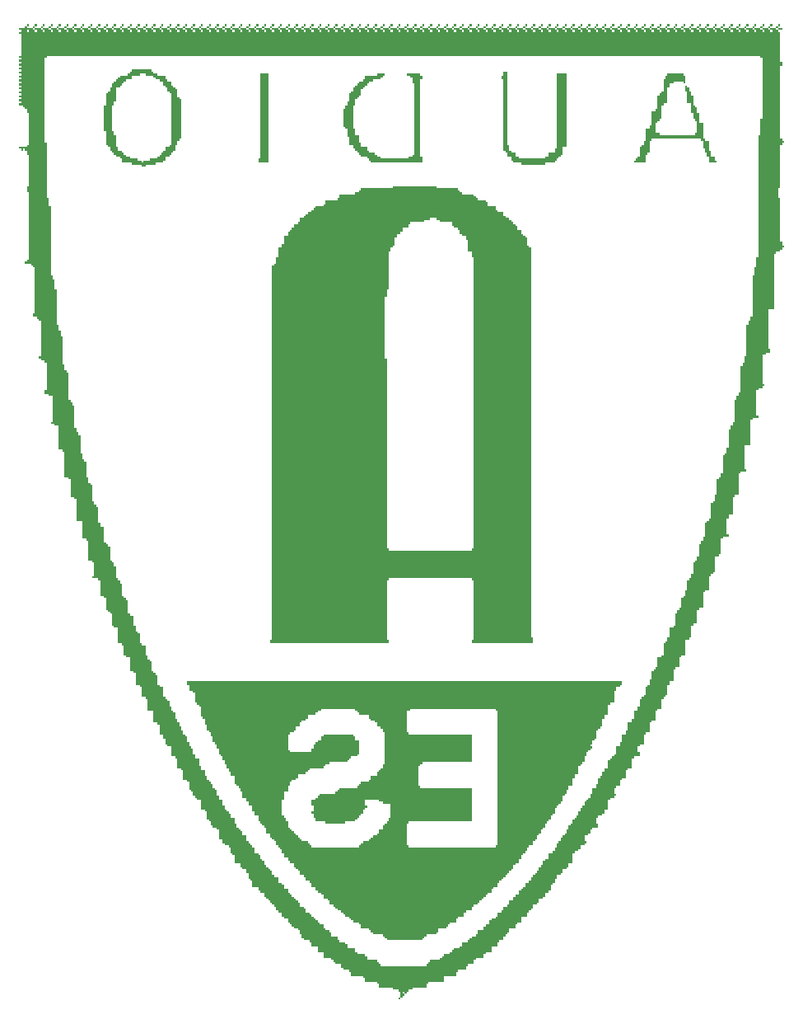
<source format=gbo>
G04*
G04 #@! TF.GenerationSoftware,Altium Limited,Altium Designer,20.0.9 (164)*
G04*
G04 Layer_Color=32896*
%FSLAX25Y25*%
%MOIN*%
G70*
G01*
G75*
G36*
X362700Y415700D02*
X361900D01*
Y416500D01*
X362700D01*
Y415700D01*
D02*
G37*
G36*
X359500D02*
X358700D01*
Y416500D01*
X359500D01*
Y415700D01*
D02*
G37*
G36*
X356300D02*
X355500D01*
Y416500D01*
X356300D01*
Y415700D01*
D02*
G37*
G36*
X353100D02*
X352300D01*
Y416500D01*
X353100D01*
Y415700D01*
D02*
G37*
G36*
X349900D02*
X349100D01*
Y416500D01*
X349900D01*
Y415700D01*
D02*
G37*
G36*
X346700D02*
X345900D01*
Y416500D01*
X346700D01*
Y415700D01*
D02*
G37*
G36*
X343500D02*
X342700D01*
Y416500D01*
X343500D01*
Y415700D01*
D02*
G37*
G36*
X340300D02*
X339500D01*
Y416500D01*
X340300D01*
Y415700D01*
D02*
G37*
G36*
X337100D02*
X336300D01*
Y416500D01*
X337100D01*
Y415700D01*
D02*
G37*
G36*
X333900D02*
X333100D01*
Y416500D01*
X333900D01*
Y415700D01*
D02*
G37*
G36*
X330700D02*
X329900D01*
Y416500D01*
X330700D01*
Y415700D01*
D02*
G37*
G36*
X327500D02*
X326700D01*
Y416500D01*
X327500D01*
Y415700D01*
D02*
G37*
G36*
X324300D02*
X323500D01*
Y416500D01*
X324300D01*
Y415700D01*
D02*
G37*
G36*
X321100D02*
X320300D01*
Y416500D01*
X321100D01*
Y415700D01*
D02*
G37*
G36*
X317900D02*
X317100D01*
Y416500D01*
X317900D01*
Y415700D01*
D02*
G37*
G36*
X314700D02*
X313900D01*
Y416500D01*
X314700D01*
Y415700D01*
D02*
G37*
G36*
X311500D02*
X310700D01*
Y416500D01*
X311500D01*
Y415700D01*
D02*
G37*
G36*
X308300D02*
X307500D01*
Y416500D01*
X308300D01*
Y415700D01*
D02*
G37*
G36*
X305100D02*
X304300D01*
Y416500D01*
X305100D01*
Y415700D01*
D02*
G37*
G36*
X301900D02*
X301100D01*
Y416500D01*
X301900D01*
Y415700D01*
D02*
G37*
G36*
X298700D02*
X297900D01*
Y416500D01*
X298700D01*
Y415700D01*
D02*
G37*
G36*
X295500D02*
X294700D01*
Y416500D01*
X295500D01*
Y415700D01*
D02*
G37*
G36*
X292300D02*
X291500D01*
Y416500D01*
X292300D01*
Y415700D01*
D02*
G37*
G36*
X289100D02*
X288300D01*
Y416500D01*
X289100D01*
Y415700D01*
D02*
G37*
G36*
X285900D02*
X285100D01*
Y416500D01*
X285900D01*
Y415700D01*
D02*
G37*
G36*
X282700D02*
X281900D01*
Y416500D01*
X282700D01*
Y415700D01*
D02*
G37*
G36*
X279500D02*
X278700D01*
Y416500D01*
X279500D01*
Y415700D01*
D02*
G37*
G36*
X276300D02*
X275500D01*
Y416500D01*
X276300D01*
Y415700D01*
D02*
G37*
G36*
X273100D02*
X272300D01*
Y416500D01*
X273100D01*
Y415700D01*
D02*
G37*
G36*
X269900D02*
X269100D01*
Y416500D01*
X269900D01*
Y415700D01*
D02*
G37*
G36*
X266700D02*
X265900D01*
Y416500D01*
X266700D01*
Y415700D01*
D02*
G37*
G36*
X263500D02*
X262700D01*
Y416500D01*
X263500D01*
Y415700D01*
D02*
G37*
G36*
X260300D02*
X259500D01*
Y416500D01*
X260300D01*
Y415700D01*
D02*
G37*
G36*
X257100D02*
X256300D01*
Y416500D01*
X257100D01*
Y415700D01*
D02*
G37*
G36*
X253900D02*
X253100D01*
Y416500D01*
X253900D01*
Y415700D01*
D02*
G37*
G36*
X250700D02*
X249900D01*
Y416500D01*
X250700D01*
Y415700D01*
D02*
G37*
G36*
X247500D02*
X246700D01*
Y416500D01*
X247500D01*
Y415700D01*
D02*
G37*
G36*
X244300D02*
X243500D01*
Y416500D01*
X244300D01*
Y415700D01*
D02*
G37*
G36*
X241100D02*
X240300D01*
Y416500D01*
X241100D01*
Y415700D01*
D02*
G37*
G36*
X237900D02*
X237100D01*
Y416500D01*
X237900D01*
Y415700D01*
D02*
G37*
G36*
X234700D02*
X233900D01*
Y416500D01*
X234700D01*
Y415700D01*
D02*
G37*
G36*
X231500D02*
X230700D01*
Y416500D01*
X231500D01*
Y415700D01*
D02*
G37*
G36*
X228300D02*
X227500D01*
Y416500D01*
X228300D01*
Y415700D01*
D02*
G37*
G36*
X225100D02*
X224300D01*
Y416500D01*
X225100D01*
Y415700D01*
D02*
G37*
G36*
X221900D02*
X221100D01*
Y416500D01*
X221900D01*
Y415700D01*
D02*
G37*
G36*
X218700D02*
X217900D01*
Y416500D01*
X218700D01*
Y415700D01*
D02*
G37*
G36*
X215500D02*
X214700D01*
Y416500D01*
X215500D01*
Y415700D01*
D02*
G37*
G36*
X212300D02*
X211500D01*
Y416500D01*
X212300D01*
Y415700D01*
D02*
G37*
G36*
X209100D02*
X208300D01*
Y416500D01*
X209100D01*
Y415700D01*
D02*
G37*
G36*
X205900D02*
X205100D01*
Y416500D01*
X205900D01*
Y415700D01*
D02*
G37*
G36*
X202700D02*
X201900D01*
Y416500D01*
X202700D01*
Y415700D01*
D02*
G37*
G36*
X199500D02*
X198700D01*
Y416500D01*
X199500D01*
Y415700D01*
D02*
G37*
G36*
X196300D02*
X195500D01*
Y416500D01*
X196300D01*
Y415700D01*
D02*
G37*
G36*
X193100D02*
X192300D01*
Y416500D01*
X193100D01*
Y415700D01*
D02*
G37*
G36*
X189900D02*
X189100D01*
Y416500D01*
X189900D01*
Y415700D01*
D02*
G37*
G36*
X186700D02*
X185900D01*
Y416500D01*
X186700D01*
Y415700D01*
D02*
G37*
G36*
X183500D02*
X182700D01*
Y416500D01*
X183500D01*
Y415700D01*
D02*
G37*
G36*
X180300D02*
X179500D01*
Y416500D01*
X180300D01*
Y415700D01*
D02*
G37*
G36*
X177100D02*
X176300D01*
Y416500D01*
X177100D01*
Y415700D01*
D02*
G37*
G36*
X173900D02*
X173100D01*
Y416500D01*
X173900D01*
Y415700D01*
D02*
G37*
G36*
X170700D02*
X169900D01*
Y416500D01*
X170700D01*
Y415700D01*
D02*
G37*
G36*
X167500D02*
X166700D01*
Y416500D01*
X167500D01*
Y415700D01*
D02*
G37*
G36*
X164300D02*
X163500D01*
Y416500D01*
X164300D01*
Y415700D01*
D02*
G37*
G36*
X161100D02*
X160300D01*
Y416500D01*
X161100D01*
Y415700D01*
D02*
G37*
G36*
X157900D02*
X157100D01*
Y416500D01*
X157900D01*
Y415700D01*
D02*
G37*
G36*
X154700D02*
X153900D01*
Y416500D01*
X154700D01*
Y415700D01*
D02*
G37*
G36*
X151500D02*
X150700D01*
Y416500D01*
X151500D01*
Y415700D01*
D02*
G37*
G36*
X148300D02*
X147500D01*
Y416500D01*
X148300D01*
Y415700D01*
D02*
G37*
G36*
X145100D02*
X144300D01*
Y416500D01*
X145100D01*
Y415700D01*
D02*
G37*
G36*
X141900D02*
X141100D01*
Y416500D01*
X141900D01*
Y415700D01*
D02*
G37*
G36*
X138700D02*
X137900D01*
Y416500D01*
X138700D01*
Y415700D01*
D02*
G37*
G36*
X135500D02*
X134700D01*
Y416500D01*
X135500D01*
Y415700D01*
D02*
G37*
G36*
X132300D02*
X131500D01*
Y416500D01*
X132300D01*
Y415700D01*
D02*
G37*
G36*
X129100D02*
X128300D01*
Y416500D01*
X129100D01*
Y415700D01*
D02*
G37*
G36*
X125900D02*
X125100D01*
Y416500D01*
X125900D01*
Y415700D01*
D02*
G37*
G36*
X122700D02*
X121900D01*
Y416500D01*
X122700D01*
Y415700D01*
D02*
G37*
G36*
X119500D02*
X118700D01*
Y416500D01*
X119500D01*
Y415700D01*
D02*
G37*
G36*
X116300D02*
X115500D01*
Y416500D01*
X116300D01*
Y415700D01*
D02*
G37*
G36*
X113100D02*
X112300D01*
Y416500D01*
X113100D01*
Y415700D01*
D02*
G37*
G36*
X109900D02*
X109100D01*
Y416500D01*
X109900D01*
Y415700D01*
D02*
G37*
G36*
X106700D02*
X105900D01*
Y416500D01*
X106700D01*
Y415700D01*
D02*
G37*
G36*
X103500D02*
X102700D01*
Y416500D01*
X103500D01*
Y415700D01*
D02*
G37*
G36*
X100300D02*
X99500D01*
Y416500D01*
X100300D01*
Y415700D01*
D02*
G37*
G36*
X97100D02*
X96300D01*
Y416500D01*
X97100D01*
Y415700D01*
D02*
G37*
G36*
X93900D02*
X93100D01*
Y416500D01*
X93900D01*
Y415700D01*
D02*
G37*
G36*
X90700D02*
X89900D01*
Y416500D01*
X90700D01*
Y415700D01*
D02*
G37*
G36*
X87500D02*
X86700D01*
Y416500D01*
X87500D01*
Y415700D01*
D02*
G37*
G36*
X84300D02*
X83500D01*
Y416500D01*
X84300D01*
Y415700D01*
D02*
G37*
G36*
X81100D02*
X80300D01*
Y416500D01*
X81100D01*
Y415700D01*
D02*
G37*
G36*
X77900D02*
X77100D01*
Y416500D01*
X77900D01*
Y415700D01*
D02*
G37*
G36*
X74700D02*
X73900D01*
Y416500D01*
X74700D01*
Y415700D01*
D02*
G37*
G36*
X71500D02*
X70700D01*
Y416500D01*
X71500D01*
Y415700D01*
D02*
G37*
G36*
X68300D02*
X67500D01*
Y416500D01*
X68300D01*
Y415700D01*
D02*
G37*
G36*
X65100D02*
X64300D01*
Y416500D01*
X65100D01*
Y415700D01*
D02*
G37*
G36*
X61900D02*
X61100D01*
Y416500D01*
X61900D01*
Y415700D01*
D02*
G37*
G36*
X58700D02*
X57900D01*
Y416500D01*
X58700D01*
Y415700D01*
D02*
G37*
G36*
X361900Y414900D02*
X363500D01*
Y414100D01*
X361900D01*
Y414900D01*
X361100D01*
Y415700D01*
X361900D01*
Y414900D01*
D02*
G37*
G36*
X358700D02*
X361100D01*
Y414100D01*
X361900D01*
Y413300D01*
X362700D01*
Y412500D01*
Y411700D01*
Y410900D01*
Y410100D01*
Y409300D01*
Y408500D01*
Y407700D01*
Y406900D01*
Y406100D01*
Y405300D01*
Y404500D01*
Y403700D01*
Y402900D01*
Y402100D01*
Y401300D01*
X363500D01*
Y400500D01*
Y399700D01*
X362700D01*
Y398900D01*
Y398100D01*
Y397300D01*
Y396500D01*
Y395700D01*
Y394900D01*
Y394100D01*
Y393300D01*
Y392500D01*
Y391700D01*
Y390900D01*
Y390100D01*
Y389300D01*
Y388500D01*
Y387700D01*
Y386900D01*
Y386100D01*
Y385300D01*
Y384500D01*
Y383700D01*
Y382900D01*
Y382100D01*
Y381300D01*
Y380500D01*
Y379700D01*
Y378900D01*
Y378100D01*
Y377300D01*
Y376500D01*
Y375700D01*
Y374900D01*
Y374100D01*
Y373300D01*
Y372500D01*
Y371700D01*
Y370900D01*
Y370100D01*
X363500D01*
Y369300D01*
X364300D01*
Y368500D01*
X363500D01*
Y367700D01*
X362700D01*
Y366900D01*
Y366100D01*
Y365300D01*
Y364500D01*
Y363700D01*
Y362900D01*
Y362100D01*
Y361300D01*
Y360500D01*
Y359700D01*
Y358900D01*
Y358100D01*
Y357300D01*
Y356500D01*
Y355700D01*
Y354900D01*
Y354100D01*
Y353300D01*
Y352500D01*
Y351700D01*
Y350900D01*
Y350100D01*
X361900D01*
Y349300D01*
Y348500D01*
Y347700D01*
Y346900D01*
Y346100D01*
X362700D01*
Y345300D01*
Y344500D01*
Y343700D01*
Y342900D01*
Y342100D01*
Y341300D01*
Y340500D01*
Y339700D01*
Y338900D01*
Y338100D01*
Y337300D01*
Y336500D01*
Y335700D01*
Y334900D01*
Y334100D01*
Y333300D01*
Y332500D01*
Y331700D01*
Y330900D01*
Y330100D01*
Y329300D01*
Y328500D01*
X363500D01*
Y327700D01*
Y326900D01*
X364300D01*
Y326100D01*
X363500D01*
Y325300D01*
X362700D01*
Y324500D01*
X361100D01*
Y323700D01*
X360300D01*
Y322900D01*
Y322100D01*
Y321300D01*
Y320500D01*
Y319700D01*
Y318900D01*
Y318100D01*
Y317300D01*
Y316500D01*
Y315700D01*
Y314900D01*
Y314100D01*
Y313300D01*
Y312500D01*
Y311700D01*
Y310900D01*
Y310100D01*
Y309300D01*
Y308500D01*
Y307700D01*
Y306900D01*
Y306100D01*
Y305300D01*
Y304500D01*
Y303700D01*
Y302900D01*
Y302100D01*
Y301300D01*
X357900D01*
Y300500D01*
Y299700D01*
Y298900D01*
Y298100D01*
Y297300D01*
Y296500D01*
Y295700D01*
Y294900D01*
Y294100D01*
Y293300D01*
Y292500D01*
Y291700D01*
Y290900D01*
Y290100D01*
Y289300D01*
Y288500D01*
Y287700D01*
Y286900D01*
Y286100D01*
Y285300D01*
X358700D01*
Y284500D01*
Y283700D01*
X357100D01*
Y282900D01*
X355500D01*
Y282100D01*
Y281300D01*
Y280500D01*
Y279700D01*
Y278900D01*
Y278100D01*
Y277300D01*
Y276500D01*
Y275700D01*
Y274900D01*
Y274100D01*
Y273300D01*
Y272500D01*
Y271700D01*
Y270900D01*
X356300D01*
Y270100D01*
X355500D01*
Y269300D01*
X353900D01*
Y268500D01*
X353100D01*
Y267700D01*
Y266900D01*
Y266100D01*
Y265300D01*
Y264500D01*
Y263700D01*
Y262900D01*
Y262100D01*
Y261300D01*
Y260500D01*
Y259700D01*
Y258900D01*
Y258100D01*
X353900D01*
Y257300D01*
X351500D01*
Y256500D01*
X350700D01*
Y255700D01*
Y254900D01*
Y254100D01*
Y253300D01*
Y252500D01*
Y251700D01*
Y250900D01*
Y250100D01*
Y249300D01*
Y248500D01*
Y247700D01*
Y246900D01*
Y246100D01*
X348300D01*
Y245300D01*
Y244500D01*
Y243700D01*
Y242900D01*
Y242100D01*
Y241300D01*
Y240500D01*
Y239700D01*
Y238900D01*
Y238100D01*
Y237300D01*
Y236500D01*
X349100D01*
Y235700D01*
X346700D01*
Y234900D01*
X345900D01*
Y234100D01*
Y233300D01*
Y232500D01*
Y231700D01*
Y230900D01*
Y230100D01*
Y229300D01*
Y228500D01*
Y227700D01*
Y226900D01*
Y226100D01*
X344300D01*
Y225300D01*
X343500D01*
Y224500D01*
Y223700D01*
Y222900D01*
Y222100D01*
Y221300D01*
Y220500D01*
Y219700D01*
Y218900D01*
Y218100D01*
X341900D01*
Y217300D01*
Y216500D01*
X341100D01*
Y215700D01*
Y214900D01*
Y214100D01*
Y213300D01*
Y212500D01*
Y211700D01*
Y210900D01*
Y210100D01*
X341900D01*
Y209300D01*
X339500D01*
Y208500D01*
X338700D01*
Y207700D01*
Y206900D01*
Y206100D01*
Y205300D01*
Y204500D01*
Y203700D01*
Y202900D01*
Y202100D01*
X337900D01*
Y201300D01*
X336300D01*
Y200500D01*
Y199700D01*
Y198900D01*
Y198100D01*
Y197300D01*
Y196500D01*
Y195700D01*
Y194900D01*
X335500D01*
Y194100D01*
X334700D01*
Y193300D01*
X333900D01*
Y192500D01*
Y191700D01*
Y190900D01*
Y190100D01*
Y189300D01*
Y188500D01*
Y187700D01*
X332300D01*
Y186900D01*
X331500D01*
Y186100D01*
Y185300D01*
Y184500D01*
Y183700D01*
Y182900D01*
Y182100D01*
Y181300D01*
Y180500D01*
X329900D01*
Y179700D01*
X329100D01*
Y178900D01*
Y178100D01*
Y177300D01*
Y176500D01*
Y175700D01*
Y174900D01*
Y174100D01*
X327500D01*
Y173300D01*
X326700D01*
Y172500D01*
Y171700D01*
Y170900D01*
Y170100D01*
Y169300D01*
Y168500D01*
X325900D01*
Y167700D01*
X324300D01*
Y166900D01*
Y166100D01*
Y165300D01*
Y164500D01*
Y163700D01*
Y162900D01*
Y162100D01*
Y161300D01*
X322700D01*
Y160500D01*
X321900D01*
Y159700D01*
Y158900D01*
Y158100D01*
Y157300D01*
Y156500D01*
X320300D01*
Y155700D01*
X319500D01*
Y154900D01*
Y154100D01*
Y153300D01*
Y152500D01*
Y151700D01*
Y150900D01*
X317900D01*
Y150100D01*
Y149300D01*
X317100D01*
Y148500D01*
Y147700D01*
Y146900D01*
Y146100D01*
Y145300D01*
X316300D01*
Y144500D01*
X315500D01*
Y143700D01*
X314700D01*
Y142900D01*
Y142100D01*
Y141300D01*
Y140500D01*
Y139700D01*
X313100D01*
Y138900D01*
X312300D01*
Y138100D01*
Y137300D01*
Y136500D01*
Y135700D01*
Y134900D01*
X310700D01*
Y134100D01*
X309900D01*
Y133300D01*
Y132500D01*
Y131700D01*
Y130900D01*
Y130100D01*
X308300D01*
Y129300D01*
X307500D01*
Y128500D01*
Y127700D01*
Y126900D01*
Y126100D01*
Y125300D01*
X305900D01*
Y124500D01*
X305100D01*
Y123700D01*
Y122900D01*
Y122100D01*
X305900D01*
Y121300D01*
Y120500D01*
X303500D01*
Y119700D01*
X302700D01*
Y118900D01*
Y118100D01*
Y117300D01*
Y116500D01*
Y115700D01*
X301100D01*
Y114900D01*
X300300D01*
Y114100D01*
Y113300D01*
Y112500D01*
Y111700D01*
X298700D01*
Y110900D01*
X297900D01*
Y110100D01*
Y109300D01*
Y108500D01*
X296300D01*
Y107700D01*
X295500D01*
Y106900D01*
Y106100D01*
Y105300D01*
X296300D01*
Y104500D01*
X295500D01*
Y103700D01*
X293900D01*
Y102900D01*
X293100D01*
Y102100D01*
Y101300D01*
Y100500D01*
Y99700D01*
Y98900D01*
X291500D01*
Y98100D01*
Y97300D01*
X290700D01*
Y96500D01*
X289100D01*
Y95700D01*
X288300D01*
Y94900D01*
Y94100D01*
Y93300D01*
X289100D01*
Y92500D01*
Y91700D01*
X286700D01*
Y90900D01*
X285900D01*
Y90100D01*
Y89300D01*
X285100D01*
Y88500D01*
X283500D01*
Y87700D01*
Y86900D01*
Y86100D01*
X284300D01*
Y85300D01*
X283500D01*
Y84500D01*
X281900D01*
Y83700D01*
Y82900D01*
X281100D01*
Y82100D01*
X279500D01*
Y81300D01*
X278700D01*
Y80500D01*
Y79700D01*
Y78900D01*
Y78100D01*
Y77300D01*
X277100D01*
Y76500D01*
Y75700D01*
X276300D01*
Y74900D01*
X274700D01*
Y74100D01*
Y73300D01*
X273900D01*
Y72500D01*
X272300D01*
Y71700D01*
Y70900D01*
X271500D01*
Y70100D01*
Y69300D01*
X270700D01*
Y68500D01*
X269900D01*
Y67700D01*
Y66900D01*
Y66100D01*
X269100D01*
Y65300D01*
X267500D01*
Y64500D01*
Y63700D01*
X266700D01*
Y62900D01*
X265100D01*
Y62100D01*
Y61300D01*
X264300D01*
Y60500D01*
X262700D01*
Y59700D01*
Y58900D01*
X261900D01*
Y58100D01*
X261100D01*
Y57300D01*
X260300D01*
Y56500D01*
Y55700D01*
X257900D01*
Y54900D01*
Y54100D01*
Y53300D01*
X256300D01*
Y52500D01*
X255500D01*
Y51700D01*
Y50900D01*
X253100D01*
Y50100D01*
Y49300D01*
X252300D01*
Y48500D01*
X251500D01*
Y47700D01*
X250700D01*
Y46900D01*
Y46100D01*
X249100D01*
Y45300D01*
X248300D01*
Y44500D01*
Y43700D01*
X245900D01*
Y42900D01*
Y42100D01*
Y41300D01*
X243500D01*
Y40500D01*
X242700D01*
Y39700D01*
Y38900D01*
X239500D01*
Y38100D01*
X238700D01*
Y37300D01*
Y36500D01*
X236300D01*
Y35700D01*
X235500D01*
Y34900D01*
Y34100D01*
X232300D01*
Y33300D01*
X231500D01*
Y32500D01*
Y31700D01*
X226700D01*
Y30900D01*
Y30100D01*
Y29300D01*
X220300D01*
Y28500D01*
X219500D01*
Y27700D01*
Y26900D01*
X213900D01*
Y26100D01*
X212300D01*
Y25300D01*
X211500D01*
Y24500D01*
X210700D01*
Y25300D01*
X209900D01*
Y24500D01*
X210700D01*
Y23700D01*
X209900D01*
Y22900D01*
X209100D01*
Y23700D01*
Y24500D01*
Y25300D01*
X208300D01*
Y26100D01*
X205900D01*
Y26900D01*
X200300D01*
Y27700D01*
Y28500D01*
X199500D01*
Y29300D01*
X194700D01*
Y30100D01*
Y30900D01*
X193900D01*
Y31700D01*
X189100D01*
Y32500D01*
Y33300D01*
X188300D01*
Y34100D01*
X185900D01*
Y34900D01*
X185100D01*
Y35700D01*
Y36500D01*
X182700D01*
Y37300D01*
X181900D01*
Y38100D01*
X181100D01*
Y38900D01*
X177900D01*
Y39700D01*
Y40500D01*
Y41300D01*
X175500D01*
Y42100D01*
Y42900D01*
Y43700D01*
X173100D01*
Y44500D01*
Y45300D01*
X172300D01*
Y46100D01*
X169900D01*
Y46900D01*
X169100D01*
Y47700D01*
Y48500D01*
X168300D01*
Y49300D01*
Y50100D01*
X167500D01*
Y50900D01*
X165900D01*
Y51700D01*
X165100D01*
Y52500D01*
X164300D01*
Y53300D01*
X163500D01*
Y54100D01*
Y54900D01*
X161900D01*
Y55700D01*
X161100D01*
Y56500D01*
Y57300D01*
X159500D01*
Y58100D01*
X158700D01*
Y58900D01*
Y59700D01*
X157900D01*
Y60500D01*
X157100D01*
Y61300D01*
X156300D01*
Y62100D01*
X155500D01*
Y62900D01*
X154700D01*
Y63700D01*
X153900D01*
Y64500D01*
Y65300D01*
X152300D01*
Y66100D01*
X151500D01*
Y66900D01*
Y67700D01*
X149100D01*
Y68500D01*
Y69300D01*
Y70100D01*
X148300D01*
Y70900D01*
X147500D01*
Y71700D01*
Y72500D01*
Y73300D01*
X146700D01*
Y74100D01*
Y74900D01*
X145100D01*
Y75700D01*
X144300D01*
Y76500D01*
Y77300D01*
X141900D01*
Y78100D01*
Y78900D01*
Y79700D01*
Y80500D01*
X141100D01*
Y81300D01*
X140300D01*
Y82100D01*
Y82900D01*
Y83700D01*
X139500D01*
Y84500D01*
X137900D01*
Y85300D01*
X137100D01*
Y86100D01*
Y86900D01*
X135500D01*
Y87700D01*
Y88500D01*
Y89300D01*
Y90100D01*
Y90900D01*
X134700D01*
Y91700D01*
X133100D01*
Y92500D01*
X132300D01*
Y93300D01*
Y94100D01*
X131500D01*
Y94900D01*
X130700D01*
Y95700D01*
Y96500D01*
Y97300D01*
Y98100D01*
X129900D01*
Y98900D01*
X128300D01*
Y99700D01*
Y100500D01*
Y101300D01*
Y102100D01*
Y102900D01*
X126700D01*
Y103700D01*
X125900D01*
Y104500D01*
X125100D01*
Y105300D01*
Y106100D01*
X124300D01*
Y106900D01*
X123500D01*
Y107700D01*
Y108500D01*
Y109300D01*
Y110100D01*
X122700D01*
Y110900D01*
X121100D01*
Y111700D01*
Y112500D01*
Y113300D01*
Y114100D01*
Y114900D01*
X120300D01*
Y115700D01*
X118700D01*
Y116500D01*
Y117300D01*
Y118100D01*
Y118900D01*
Y119700D01*
X117900D01*
Y120500D01*
X116300D01*
Y121300D01*
Y122100D01*
Y122900D01*
Y123700D01*
Y124500D01*
X114700D01*
Y125300D01*
X113900D01*
Y126100D01*
Y126900D01*
Y127700D01*
X113100D01*
Y128500D01*
Y129300D01*
X111500D01*
Y130100D01*
Y130900D01*
Y131700D01*
Y132500D01*
Y133300D01*
X110700D01*
Y134100D01*
X109100D01*
Y134900D01*
Y135700D01*
Y136500D01*
Y137300D01*
Y138100D01*
Y138900D01*
X106700D01*
Y139700D01*
Y140500D01*
Y141300D01*
Y142100D01*
Y142900D01*
Y143700D01*
X105900D01*
Y144500D01*
X104300D01*
Y145300D01*
Y146100D01*
Y146900D01*
Y147700D01*
Y148500D01*
X103500D01*
Y149300D01*
X101900D01*
Y150100D01*
Y150900D01*
Y151700D01*
Y152500D01*
Y153300D01*
Y154100D01*
X101100D01*
Y154900D01*
X99500D01*
Y155700D01*
Y156500D01*
Y157300D01*
Y158100D01*
Y158900D01*
Y159700D01*
Y160500D01*
X97900D01*
Y161300D01*
X97100D01*
Y162100D01*
Y162900D01*
Y163700D01*
Y164500D01*
Y165300D01*
X96300D01*
Y166100D01*
X94700D01*
Y166900D01*
Y167700D01*
Y168500D01*
Y169300D01*
Y170100D01*
Y170900D01*
Y171700D01*
Y172500D01*
X93100D01*
Y173300D01*
X92300D01*
Y174100D01*
Y174900D01*
Y175700D01*
Y176500D01*
Y177300D01*
Y178100D01*
X91500D01*
Y178900D01*
X90700D01*
Y179700D01*
X89900D01*
Y180500D01*
Y181300D01*
Y182100D01*
Y182900D01*
Y183700D01*
Y184500D01*
X89100D01*
Y185300D01*
X87500D01*
Y186100D01*
Y186900D01*
Y187700D01*
Y188500D01*
Y189300D01*
Y190100D01*
Y190900D01*
Y191700D01*
X86700D01*
Y192500D01*
X84300D01*
Y193300D01*
X85100D01*
Y194100D01*
Y194900D01*
Y195700D01*
Y196500D01*
Y197300D01*
Y198100D01*
Y198900D01*
X84300D01*
Y199700D01*
X82700D01*
Y200500D01*
Y201300D01*
Y202100D01*
Y202900D01*
Y203700D01*
Y204500D01*
Y205300D01*
Y206100D01*
Y206900D01*
Y207700D01*
X81900D01*
Y208500D01*
X80300D01*
Y209300D01*
Y210100D01*
Y210900D01*
Y211700D01*
Y212500D01*
Y213300D01*
Y214100D01*
Y214900D01*
Y215700D01*
X77900D01*
Y216500D01*
Y217300D01*
Y218100D01*
Y218900D01*
Y219700D01*
Y220500D01*
Y221300D01*
Y222100D01*
Y222900D01*
Y223700D01*
Y224500D01*
X77100D01*
Y225300D01*
X75500D01*
Y226100D01*
Y226900D01*
Y227700D01*
Y228500D01*
Y229300D01*
Y230100D01*
Y230900D01*
Y231700D01*
Y232500D01*
X74700D01*
Y233300D01*
X73100D01*
Y234100D01*
Y234900D01*
Y235700D01*
Y236500D01*
Y237300D01*
Y238100D01*
Y238900D01*
Y239700D01*
Y240500D01*
Y241300D01*
Y242100D01*
Y242900D01*
Y243700D01*
X72300D01*
Y244500D01*
X70700D01*
Y245300D01*
Y246100D01*
Y246900D01*
Y247700D01*
Y248500D01*
Y249300D01*
Y250100D01*
Y250900D01*
Y251700D01*
Y252500D01*
Y253300D01*
Y254100D01*
X69100D01*
Y254900D01*
X67500D01*
Y255700D01*
X68300D01*
Y256500D01*
Y257300D01*
Y258100D01*
Y258900D01*
Y259700D01*
Y260500D01*
Y261300D01*
Y262100D01*
Y262900D01*
Y263700D01*
Y264500D01*
Y265300D01*
Y266100D01*
X66700D01*
Y266900D01*
X65100D01*
Y267700D01*
Y268500D01*
X65900D01*
Y269300D01*
Y270100D01*
Y270900D01*
Y271700D01*
Y272500D01*
Y273300D01*
Y274100D01*
Y274900D01*
Y275700D01*
Y276500D01*
Y277300D01*
Y278100D01*
Y278900D01*
Y279700D01*
X65100D01*
Y280500D01*
X63500D01*
Y281300D01*
X62700D01*
Y282100D01*
X63500D01*
Y282900D01*
Y283700D01*
Y284500D01*
Y285300D01*
Y286100D01*
Y286900D01*
Y287700D01*
Y288500D01*
Y289300D01*
Y290100D01*
Y290900D01*
Y291700D01*
Y292500D01*
Y293300D01*
Y294100D01*
Y294900D01*
Y295700D01*
Y296500D01*
X62700D01*
Y297300D01*
X61900D01*
Y298100D01*
X60300D01*
Y298900D01*
Y299700D01*
X61100D01*
Y300500D01*
Y301300D01*
Y302100D01*
Y302900D01*
Y303700D01*
Y304500D01*
Y305300D01*
Y306100D01*
Y306900D01*
Y307700D01*
Y308500D01*
Y309300D01*
Y310100D01*
Y310900D01*
Y311700D01*
Y312500D01*
Y313300D01*
Y314100D01*
Y314900D01*
Y315700D01*
Y316500D01*
Y317300D01*
Y318100D01*
X60300D01*
Y318900D01*
X59500D01*
Y319700D01*
X57100D01*
Y320500D01*
X57900D01*
Y321300D01*
X58700D01*
Y322100D01*
Y322900D01*
Y323700D01*
Y324500D01*
Y325300D01*
Y326100D01*
Y326900D01*
Y327700D01*
Y328500D01*
Y329300D01*
Y330100D01*
Y330900D01*
Y331700D01*
Y332500D01*
Y333300D01*
Y334100D01*
Y334900D01*
Y335700D01*
Y336500D01*
Y337300D01*
Y338100D01*
Y338900D01*
Y339700D01*
Y340500D01*
Y341300D01*
Y342100D01*
Y342900D01*
Y343700D01*
Y344500D01*
Y345300D01*
Y346100D01*
Y346900D01*
Y347700D01*
Y348500D01*
X57900D01*
Y349300D01*
Y350100D01*
Y350900D01*
X58700D01*
Y351700D01*
Y352500D01*
Y353300D01*
Y354100D01*
Y354900D01*
Y355700D01*
Y356500D01*
Y357300D01*
Y358100D01*
Y358900D01*
Y359700D01*
Y360500D01*
Y361300D01*
Y362100D01*
Y362900D01*
Y363700D01*
X57900D01*
Y364500D01*
Y365300D01*
X57100D01*
Y366100D01*
X56300D01*
Y365300D01*
X55500D01*
Y366100D01*
X54700D01*
Y366900D01*
X57900D01*
Y367700D01*
X58700D01*
Y368500D01*
Y369300D01*
Y370100D01*
Y370900D01*
Y371700D01*
Y372500D01*
Y373300D01*
Y374100D01*
Y374900D01*
Y375700D01*
Y376500D01*
Y377300D01*
Y378100D01*
Y378900D01*
Y379700D01*
Y380500D01*
X57900D01*
Y381300D01*
Y382100D01*
X57100D01*
Y382900D01*
X56300D01*
Y383700D01*
X54700D01*
Y384500D01*
X55500D01*
Y385300D01*
X54700D01*
Y386100D01*
X55500D01*
Y386900D01*
X54700D01*
Y387700D01*
X55500D01*
Y388500D01*
X54700D01*
Y389300D01*
X55500D01*
Y390100D01*
X54700D01*
Y390900D01*
X55500D01*
Y391700D01*
X54700D01*
Y392500D01*
X55500D01*
Y393300D01*
X54700D01*
Y394100D01*
X55500D01*
Y394900D01*
X54700D01*
Y395700D01*
X55500D01*
Y396500D01*
X54700D01*
Y397300D01*
X55500D01*
Y398100D01*
X54700D01*
Y398900D01*
X55500D01*
Y399700D01*
X54700D01*
Y400500D01*
X55500D01*
Y401300D01*
X54700D01*
Y402100D01*
X55500D01*
Y402900D01*
X54700D01*
Y403700D01*
X55500D01*
Y404500D01*
Y405300D01*
Y406100D01*
Y406900D01*
Y407700D01*
Y408500D01*
Y409300D01*
Y410100D01*
Y410900D01*
Y411700D01*
Y412500D01*
X54700D01*
Y413300D01*
X55500D01*
Y414100D01*
X54700D01*
Y414900D01*
X57100D01*
Y415700D01*
X57900D01*
Y414900D01*
X60300D01*
Y414100D01*
X61100D01*
Y413300D01*
X61900D01*
Y414100D01*
X61100D01*
Y414900D01*
X60300D01*
Y415700D01*
X61100D01*
Y414900D01*
X63500D01*
Y414100D01*
X64300D01*
Y413300D01*
X65100D01*
Y414100D01*
X64300D01*
Y414900D01*
X63500D01*
Y415700D01*
X64300D01*
Y414900D01*
X66700D01*
Y414100D01*
X67500D01*
Y413300D01*
X68300D01*
Y414100D01*
X67500D01*
Y414900D01*
X66700D01*
Y415700D01*
X67500D01*
Y414900D01*
X69900D01*
Y414100D01*
X70700D01*
Y413300D01*
X71500D01*
Y414100D01*
X70700D01*
Y414900D01*
X69900D01*
Y415700D01*
X70700D01*
Y414900D01*
X73100D01*
Y414100D01*
X73900D01*
Y413300D01*
X74700D01*
Y414100D01*
X73900D01*
Y414900D01*
X73100D01*
Y415700D01*
X73900D01*
Y414900D01*
X76300D01*
Y414100D01*
X77100D01*
Y413300D01*
X77900D01*
Y414100D01*
X77100D01*
Y414900D01*
X76300D01*
Y415700D01*
X77100D01*
Y414900D01*
X79500D01*
Y414100D01*
X80300D01*
Y413300D01*
X81100D01*
Y414100D01*
X80300D01*
Y414900D01*
X79500D01*
Y415700D01*
X80300D01*
Y414900D01*
X82700D01*
Y414100D01*
X83500D01*
Y413300D01*
X84300D01*
Y414100D01*
X83500D01*
Y414900D01*
X82700D01*
Y415700D01*
X83500D01*
Y414900D01*
X85900D01*
Y414100D01*
X86700D01*
Y413300D01*
X87500D01*
Y414100D01*
X86700D01*
Y414900D01*
X85900D01*
Y415700D01*
X86700D01*
Y414900D01*
X89100D01*
Y414100D01*
X89900D01*
Y413300D01*
X90700D01*
Y414100D01*
X89900D01*
Y414900D01*
X89100D01*
Y415700D01*
X89900D01*
Y414900D01*
X92300D01*
Y414100D01*
X93100D01*
Y413300D01*
X93900D01*
Y414100D01*
X93100D01*
Y414900D01*
X92300D01*
Y415700D01*
X93100D01*
Y414900D01*
X95500D01*
Y414100D01*
X96300D01*
Y413300D01*
X97100D01*
Y414100D01*
X96300D01*
Y414900D01*
X95500D01*
Y415700D01*
X96300D01*
Y414900D01*
X98700D01*
Y414100D01*
X99500D01*
Y413300D01*
X100300D01*
Y414100D01*
X99500D01*
Y414900D01*
X98700D01*
Y415700D01*
X99500D01*
Y414900D01*
X101900D01*
Y414100D01*
X102700D01*
Y413300D01*
X103500D01*
Y414100D01*
X102700D01*
Y414900D01*
X101900D01*
Y415700D01*
X102700D01*
Y414900D01*
X105100D01*
Y414100D01*
X105900D01*
Y413300D01*
X106700D01*
Y414100D01*
X105900D01*
Y414900D01*
X105100D01*
Y415700D01*
X105900D01*
Y414900D01*
X108300D01*
Y414100D01*
X109100D01*
Y413300D01*
X109900D01*
Y414100D01*
X109100D01*
Y414900D01*
X108300D01*
Y415700D01*
X109100D01*
Y414900D01*
X111500D01*
Y414100D01*
X112300D01*
Y413300D01*
X113100D01*
Y414100D01*
X112300D01*
Y414900D01*
X111500D01*
Y415700D01*
X112300D01*
Y414900D01*
X114700D01*
Y414100D01*
X115500D01*
Y413300D01*
X116300D01*
Y414100D01*
X115500D01*
Y414900D01*
X114700D01*
Y415700D01*
X115500D01*
Y414900D01*
X117900D01*
Y414100D01*
X118700D01*
Y413300D01*
X119500D01*
Y414100D01*
X118700D01*
Y414900D01*
X117900D01*
Y415700D01*
X118700D01*
Y414900D01*
X121100D01*
Y414100D01*
X121900D01*
Y413300D01*
X122700D01*
Y414100D01*
X121900D01*
Y414900D01*
X121100D01*
Y415700D01*
X121900D01*
Y414900D01*
X124300D01*
Y414100D01*
X125100D01*
Y413300D01*
X125900D01*
Y414100D01*
X125100D01*
Y414900D01*
X124300D01*
Y415700D01*
X125100D01*
Y414900D01*
X127500D01*
Y414100D01*
X128300D01*
Y413300D01*
X129100D01*
Y414100D01*
X128300D01*
Y414900D01*
X127500D01*
Y415700D01*
X128300D01*
Y414900D01*
X130700D01*
Y414100D01*
X131500D01*
Y413300D01*
X132300D01*
Y414100D01*
X131500D01*
Y414900D01*
X130700D01*
Y415700D01*
X131500D01*
Y414900D01*
X133900D01*
Y414100D01*
X134700D01*
Y413300D01*
X135500D01*
Y414100D01*
X134700D01*
Y414900D01*
X133900D01*
Y415700D01*
X134700D01*
Y414900D01*
X137100D01*
Y414100D01*
X137900D01*
Y413300D01*
X138700D01*
Y414100D01*
X137900D01*
Y414900D01*
X137100D01*
Y415700D01*
X137900D01*
Y414900D01*
X140300D01*
Y414100D01*
X141100D01*
Y413300D01*
X141900D01*
Y414100D01*
X141100D01*
Y414900D01*
X140300D01*
Y415700D01*
X141100D01*
Y414900D01*
X143500D01*
Y414100D01*
X144300D01*
Y413300D01*
X145100D01*
Y414100D01*
X144300D01*
Y414900D01*
X143500D01*
Y415700D01*
X144300D01*
Y414900D01*
X146700D01*
Y414100D01*
X147500D01*
Y413300D01*
X148300D01*
Y414100D01*
X147500D01*
Y414900D01*
X146700D01*
Y415700D01*
X147500D01*
Y414900D01*
X149900D01*
Y414100D01*
X150700D01*
Y413300D01*
X151500D01*
Y414100D01*
X150700D01*
Y414900D01*
X149900D01*
Y415700D01*
X150700D01*
Y414900D01*
X153100D01*
Y414100D01*
X153900D01*
Y413300D01*
X154700D01*
Y414100D01*
X153900D01*
Y414900D01*
X153100D01*
Y415700D01*
X153900D01*
Y414900D01*
X156300D01*
Y414100D01*
X157100D01*
Y413300D01*
X157900D01*
Y414100D01*
X157100D01*
Y414900D01*
X156300D01*
Y415700D01*
X157100D01*
Y414900D01*
X159500D01*
Y414100D01*
X160300D01*
Y413300D01*
X161100D01*
Y414100D01*
X160300D01*
Y414900D01*
X159500D01*
Y415700D01*
X160300D01*
Y414900D01*
X162700D01*
Y414100D01*
X163500D01*
Y413300D01*
X164300D01*
Y414100D01*
X163500D01*
Y414900D01*
X162700D01*
Y415700D01*
X163500D01*
Y414900D01*
X165900D01*
Y414100D01*
X166700D01*
Y413300D01*
X167500D01*
Y414100D01*
X166700D01*
Y414900D01*
X165900D01*
Y415700D01*
X166700D01*
Y414900D01*
X169100D01*
Y414100D01*
X169900D01*
Y413300D01*
X170700D01*
Y414100D01*
X169900D01*
Y414900D01*
X169100D01*
Y415700D01*
X169900D01*
Y414900D01*
X172300D01*
Y414100D01*
X173100D01*
Y413300D01*
X173900D01*
Y414100D01*
X173100D01*
Y414900D01*
X172300D01*
Y415700D01*
X173100D01*
Y414900D01*
X175500D01*
Y414100D01*
X176300D01*
Y413300D01*
X177100D01*
Y414100D01*
X176300D01*
Y414900D01*
X175500D01*
Y415700D01*
X176300D01*
Y414900D01*
X178700D01*
Y414100D01*
X179500D01*
Y413300D01*
X180300D01*
Y414100D01*
X179500D01*
Y414900D01*
X178700D01*
Y415700D01*
X179500D01*
Y414900D01*
X181900D01*
Y414100D01*
X182700D01*
Y413300D01*
X183500D01*
Y414100D01*
X182700D01*
Y414900D01*
X181900D01*
Y415700D01*
X182700D01*
Y414900D01*
X185100D01*
Y414100D01*
X185900D01*
Y413300D01*
X186700D01*
Y414100D01*
X185900D01*
Y414900D01*
X185100D01*
Y415700D01*
X185900D01*
Y414900D01*
X188300D01*
Y414100D01*
X189100D01*
Y413300D01*
X189900D01*
Y414100D01*
X189100D01*
Y414900D01*
X188300D01*
Y415700D01*
X189100D01*
Y414900D01*
X191500D01*
Y414100D01*
X192300D01*
Y413300D01*
X193100D01*
Y414100D01*
X192300D01*
Y414900D01*
X191500D01*
Y415700D01*
X192300D01*
Y414900D01*
X194700D01*
Y414100D01*
X195500D01*
Y413300D01*
X196300D01*
Y414100D01*
X195500D01*
Y414900D01*
X194700D01*
Y415700D01*
X195500D01*
Y414900D01*
X197900D01*
Y414100D01*
X198700D01*
Y413300D01*
X199500D01*
Y414100D01*
X198700D01*
Y414900D01*
X197900D01*
Y415700D01*
X198700D01*
Y414900D01*
X201100D01*
Y414100D01*
X201900D01*
Y413300D01*
X202700D01*
Y414100D01*
X201900D01*
Y414900D01*
X201100D01*
Y415700D01*
X201900D01*
Y414900D01*
X204300D01*
Y414100D01*
X205100D01*
Y413300D01*
X205900D01*
Y414100D01*
X205100D01*
Y414900D01*
X204300D01*
Y415700D01*
X205100D01*
Y414900D01*
X207500D01*
Y414100D01*
X208300D01*
Y413300D01*
X209100D01*
Y414100D01*
X208300D01*
Y414900D01*
X207500D01*
Y415700D01*
X208300D01*
Y414900D01*
X210700D01*
Y414100D01*
X211500D01*
Y413300D01*
X212300D01*
Y414100D01*
X211500D01*
Y414900D01*
X210700D01*
Y415700D01*
X211500D01*
Y414900D01*
X213900D01*
Y414100D01*
X214700D01*
Y413300D01*
X215500D01*
Y414100D01*
X214700D01*
Y414900D01*
X213900D01*
Y415700D01*
X214700D01*
Y414900D01*
X217100D01*
Y414100D01*
X217900D01*
Y413300D01*
X218700D01*
Y414100D01*
X217900D01*
Y414900D01*
X217100D01*
Y415700D01*
X217900D01*
Y414900D01*
X220300D01*
Y414100D01*
X221100D01*
Y413300D01*
X221900D01*
Y414100D01*
X221100D01*
Y414900D01*
X220300D01*
Y415700D01*
X221100D01*
Y414900D01*
X223500D01*
Y414100D01*
X224300D01*
Y413300D01*
X225100D01*
Y414100D01*
X224300D01*
Y414900D01*
X223500D01*
Y415700D01*
X224300D01*
Y414900D01*
X226700D01*
Y414100D01*
X227500D01*
Y413300D01*
X228300D01*
Y414100D01*
X227500D01*
Y414900D01*
X226700D01*
Y415700D01*
X227500D01*
Y414900D01*
X229900D01*
Y414100D01*
X230700D01*
Y413300D01*
X231500D01*
Y414100D01*
X230700D01*
Y414900D01*
X229900D01*
Y415700D01*
X230700D01*
Y414900D01*
X233100D01*
Y414100D01*
X233900D01*
Y413300D01*
X234700D01*
Y414100D01*
X233900D01*
Y414900D01*
X233100D01*
Y415700D01*
X233900D01*
Y414900D01*
X236300D01*
Y414100D01*
X237100D01*
Y413300D01*
X237900D01*
Y414100D01*
X237100D01*
Y414900D01*
X236300D01*
Y415700D01*
X237100D01*
Y414900D01*
X239500D01*
Y414100D01*
X240300D01*
Y413300D01*
X241100D01*
Y414100D01*
X240300D01*
Y414900D01*
X239500D01*
Y415700D01*
X240300D01*
Y414900D01*
X242700D01*
Y414100D01*
X243500D01*
Y413300D01*
X244300D01*
Y414100D01*
X243500D01*
Y414900D01*
X242700D01*
Y415700D01*
X243500D01*
Y414900D01*
X245900D01*
Y414100D01*
X246700D01*
Y413300D01*
X247500D01*
Y414100D01*
X246700D01*
Y414900D01*
X245900D01*
Y415700D01*
X246700D01*
Y414900D01*
X249100D01*
Y414100D01*
X249900D01*
Y413300D01*
X250700D01*
Y414100D01*
X249900D01*
Y414900D01*
X249100D01*
Y415700D01*
X249900D01*
Y414900D01*
X252300D01*
Y414100D01*
X253100D01*
Y413300D01*
X253900D01*
Y414100D01*
X253100D01*
Y414900D01*
X252300D01*
Y415700D01*
X253100D01*
Y414900D01*
X255500D01*
Y414100D01*
X256300D01*
Y413300D01*
X257100D01*
Y414100D01*
X256300D01*
Y414900D01*
X255500D01*
Y415700D01*
X256300D01*
Y414900D01*
X258700D01*
Y414100D01*
X259500D01*
Y413300D01*
X260300D01*
Y414100D01*
X259500D01*
Y414900D01*
X258700D01*
Y415700D01*
X259500D01*
Y414900D01*
X261900D01*
Y414100D01*
X262700D01*
Y413300D01*
X263500D01*
Y414100D01*
X262700D01*
Y414900D01*
X261900D01*
Y415700D01*
X262700D01*
Y414900D01*
X265100D01*
Y414100D01*
X265900D01*
Y413300D01*
X266700D01*
Y414100D01*
X265900D01*
Y414900D01*
X265100D01*
Y415700D01*
X265900D01*
Y414900D01*
X268300D01*
Y414100D01*
X269100D01*
Y413300D01*
X269900D01*
Y414100D01*
X269100D01*
Y414900D01*
X268300D01*
Y415700D01*
X269100D01*
Y414900D01*
X271500D01*
Y414100D01*
X272300D01*
Y413300D01*
X273100D01*
Y414100D01*
X272300D01*
Y414900D01*
X271500D01*
Y415700D01*
X272300D01*
Y414900D01*
X274700D01*
Y414100D01*
X275500D01*
Y413300D01*
X276300D01*
Y414100D01*
X275500D01*
Y414900D01*
X274700D01*
Y415700D01*
X275500D01*
Y414900D01*
X277900D01*
Y414100D01*
X278700D01*
Y413300D01*
X279500D01*
Y414100D01*
X278700D01*
Y414900D01*
X277900D01*
Y415700D01*
X278700D01*
Y414900D01*
X281100D01*
Y414100D01*
X281900D01*
Y413300D01*
X282700D01*
Y414100D01*
X281900D01*
Y414900D01*
X281100D01*
Y415700D01*
X281900D01*
Y414900D01*
X284300D01*
Y414100D01*
X285100D01*
Y413300D01*
X285900D01*
Y414100D01*
X285100D01*
Y414900D01*
X284300D01*
Y415700D01*
X285100D01*
Y414900D01*
X287500D01*
Y414100D01*
X288300D01*
Y413300D01*
X289100D01*
Y414100D01*
X288300D01*
Y414900D01*
X287500D01*
Y415700D01*
X288300D01*
Y414900D01*
X290700D01*
Y414100D01*
X291500D01*
Y413300D01*
X292300D01*
Y414100D01*
X291500D01*
Y414900D01*
X290700D01*
Y415700D01*
X291500D01*
Y414900D01*
X293900D01*
Y414100D01*
X294700D01*
Y413300D01*
X295500D01*
Y414100D01*
X294700D01*
Y414900D01*
X293900D01*
Y415700D01*
X294700D01*
Y414900D01*
X297100D01*
Y414100D01*
X297900D01*
Y413300D01*
X298700D01*
Y414100D01*
X297900D01*
Y414900D01*
X297100D01*
Y415700D01*
X297900D01*
Y414900D01*
X300300D01*
Y414100D01*
X301100D01*
Y413300D01*
X301900D01*
Y414100D01*
X301100D01*
Y414900D01*
X300300D01*
Y415700D01*
X301100D01*
Y414900D01*
X303500D01*
Y414100D01*
X304300D01*
Y413300D01*
X305100D01*
Y414100D01*
X304300D01*
Y414900D01*
X303500D01*
Y415700D01*
X304300D01*
Y414900D01*
X306700D01*
Y414100D01*
X307500D01*
Y413300D01*
X308300D01*
Y414100D01*
X307500D01*
Y414900D01*
X306700D01*
Y415700D01*
X307500D01*
Y414900D01*
X309900D01*
Y414100D01*
X310700D01*
Y413300D01*
X311500D01*
Y414100D01*
X310700D01*
Y414900D01*
X309900D01*
Y415700D01*
X310700D01*
Y414900D01*
X313100D01*
Y414100D01*
X313900D01*
Y413300D01*
X314700D01*
Y414100D01*
X313900D01*
Y414900D01*
X313100D01*
Y415700D01*
X313900D01*
Y414900D01*
X316300D01*
Y414100D01*
X317100D01*
Y413300D01*
X317900D01*
Y414100D01*
X317100D01*
Y414900D01*
X316300D01*
Y415700D01*
X317100D01*
Y414900D01*
X319500D01*
Y414100D01*
X320300D01*
Y413300D01*
X321100D01*
Y414100D01*
X320300D01*
Y414900D01*
X319500D01*
Y415700D01*
X320300D01*
Y414900D01*
X322700D01*
Y414100D01*
X323500D01*
Y413300D01*
X324300D01*
Y414100D01*
X323500D01*
Y414900D01*
X322700D01*
Y415700D01*
X323500D01*
Y414900D01*
X325900D01*
Y414100D01*
X326700D01*
Y413300D01*
X327500D01*
Y414100D01*
X326700D01*
Y414900D01*
X325900D01*
Y415700D01*
X326700D01*
Y414900D01*
X329100D01*
Y414100D01*
X329900D01*
Y413300D01*
X330700D01*
Y414100D01*
X329900D01*
Y414900D01*
X329100D01*
Y415700D01*
X329900D01*
Y414900D01*
X332300D01*
Y414100D01*
X333100D01*
Y413300D01*
X333900D01*
Y414100D01*
X333100D01*
Y414900D01*
X332300D01*
Y415700D01*
X333100D01*
Y414900D01*
X335500D01*
Y414100D01*
X336300D01*
Y413300D01*
X337100D01*
Y414100D01*
X336300D01*
Y414900D01*
X335500D01*
Y415700D01*
X336300D01*
Y414900D01*
X338700D01*
Y414100D01*
X339500D01*
Y413300D01*
X340300D01*
Y414100D01*
X339500D01*
Y414900D01*
X338700D01*
Y415700D01*
X339500D01*
Y414900D01*
X341900D01*
Y414100D01*
X342700D01*
Y413300D01*
X343500D01*
Y414100D01*
X342700D01*
Y414900D01*
X341900D01*
Y415700D01*
X342700D01*
Y414900D01*
X345100D01*
Y414100D01*
X345900D01*
Y413300D01*
X346700D01*
Y414100D01*
X345900D01*
Y414900D01*
X345100D01*
Y415700D01*
X345900D01*
Y414900D01*
X348300D01*
Y414100D01*
X349100D01*
Y413300D01*
X349900D01*
Y414100D01*
X349100D01*
Y414900D01*
X348300D01*
Y415700D01*
X349100D01*
Y414900D01*
X351500D01*
Y414100D01*
X352300D01*
Y413300D01*
X353100D01*
Y414100D01*
X352300D01*
Y414900D01*
X351500D01*
Y415700D01*
X352300D01*
Y414900D01*
X354700D01*
Y414100D01*
X355500D01*
Y413300D01*
X356300D01*
Y414100D01*
X355500D01*
Y414900D01*
X354700D01*
Y415700D01*
X355500D01*
Y414900D01*
X357900D01*
Y414100D01*
X358700D01*
Y413300D01*
X359500D01*
Y414100D01*
X358700D01*
Y414900D01*
X357900D01*
Y415700D01*
X358700D01*
Y414900D01*
D02*
G37*
G36*
X209100Y22100D02*
X208300D01*
Y22900D01*
X209100D01*
Y22100D01*
D02*
G37*
%LPC*%
G36*
X58700Y414100D02*
X57900D01*
Y413300D01*
X58700D01*
Y414100D01*
D02*
G37*
G36*
X354700Y403700D02*
X65900D01*
Y402900D01*
X65100D01*
Y402100D01*
Y401300D01*
Y400500D01*
Y399700D01*
Y398900D01*
Y398100D01*
Y397300D01*
Y396500D01*
Y395700D01*
Y394900D01*
Y394100D01*
Y393300D01*
Y392500D01*
Y391700D01*
Y390900D01*
Y390100D01*
Y389300D01*
Y388500D01*
Y387700D01*
Y386900D01*
Y386100D01*
Y385300D01*
Y384500D01*
Y383700D01*
Y382900D01*
Y382100D01*
Y381300D01*
Y380500D01*
Y379700D01*
Y378900D01*
Y378100D01*
Y377300D01*
Y376500D01*
Y375700D01*
Y374900D01*
Y374100D01*
Y373300D01*
Y372500D01*
Y371700D01*
Y370900D01*
Y370100D01*
Y369300D01*
Y368500D01*
X65900D01*
Y367700D01*
Y366900D01*
Y366100D01*
Y365300D01*
Y364500D01*
Y363700D01*
Y362900D01*
Y362100D01*
Y361300D01*
Y360500D01*
Y359700D01*
Y358900D01*
Y358100D01*
Y357300D01*
Y356500D01*
Y355700D01*
Y354900D01*
Y354100D01*
Y353300D01*
Y352500D01*
Y351700D01*
Y350900D01*
Y350100D01*
Y349300D01*
Y348500D01*
Y347700D01*
Y346900D01*
Y346100D01*
X66700D01*
Y345300D01*
Y344500D01*
Y343700D01*
Y342900D01*
X67500D01*
Y342100D01*
Y341300D01*
Y340500D01*
Y339700D01*
Y338900D01*
Y338100D01*
Y337300D01*
Y336500D01*
Y335700D01*
Y334900D01*
Y334100D01*
Y333300D01*
Y332500D01*
Y331700D01*
Y330900D01*
Y330100D01*
Y329300D01*
Y328500D01*
Y327700D01*
Y326900D01*
Y326100D01*
Y325300D01*
Y324500D01*
Y323700D01*
Y322900D01*
Y322100D01*
Y321300D01*
Y320500D01*
Y319700D01*
Y318900D01*
Y318100D01*
Y317300D01*
Y316500D01*
Y315700D01*
Y314900D01*
X68300D01*
Y314100D01*
Y313300D01*
X69100D01*
Y312500D01*
Y311700D01*
Y310900D01*
Y310100D01*
Y309300D01*
X69900D01*
Y308500D01*
Y307700D01*
Y306900D01*
Y306100D01*
Y305300D01*
Y304500D01*
Y303700D01*
Y302900D01*
Y302100D01*
Y301300D01*
Y300500D01*
Y299700D01*
Y298900D01*
Y298100D01*
Y297300D01*
Y296500D01*
Y295700D01*
Y294900D01*
X70700D01*
Y294100D01*
Y293300D01*
Y292500D01*
X71500D01*
Y291700D01*
Y290900D01*
Y290100D01*
X72300D01*
Y289300D01*
Y288500D01*
Y287700D01*
Y286900D01*
Y286100D01*
Y285300D01*
Y284500D01*
Y283700D01*
Y282900D01*
Y282100D01*
Y281300D01*
Y280500D01*
Y279700D01*
Y278900D01*
X73100D01*
Y278100D01*
Y277300D01*
Y276500D01*
X73900D01*
Y275700D01*
X74700D01*
Y274900D01*
Y274100D01*
Y273300D01*
Y272500D01*
Y271700D01*
Y270900D01*
Y270100D01*
Y269300D01*
Y268500D01*
Y267700D01*
Y266900D01*
Y266100D01*
Y265300D01*
Y264500D01*
X75500D01*
Y263700D01*
X76300D01*
Y262900D01*
Y262100D01*
X77100D01*
Y261300D01*
Y260500D01*
Y259700D01*
Y258900D01*
Y258100D01*
Y257300D01*
Y256500D01*
Y255700D01*
Y254900D01*
Y254100D01*
Y253300D01*
X77900D01*
Y252500D01*
Y251700D01*
X78700D01*
Y250900D01*
Y250100D01*
X79500D01*
Y249300D01*
Y248500D01*
Y247700D01*
Y246900D01*
Y246100D01*
Y245300D01*
Y244500D01*
Y243700D01*
Y242900D01*
X80300D01*
Y242100D01*
Y241300D01*
Y240500D01*
X81100D01*
Y239700D01*
X81900D01*
Y238900D01*
Y238100D01*
Y237300D01*
Y236500D01*
Y235700D01*
Y234900D01*
Y234100D01*
Y233300D01*
X82700D01*
Y232500D01*
Y231700D01*
Y230900D01*
X83500D01*
Y230100D01*
X84300D01*
Y229300D01*
Y228500D01*
Y227700D01*
Y226900D01*
Y226100D01*
Y225300D01*
Y224500D01*
Y223700D01*
X85100D01*
Y222900D01*
Y222100D01*
X85900D01*
Y221300D01*
X86700D01*
Y220500D01*
Y219700D01*
Y218900D01*
Y218100D01*
Y217300D01*
Y216500D01*
Y215700D01*
Y214900D01*
X87500D01*
Y214100D01*
Y213300D01*
X89100D01*
Y212500D01*
Y211700D01*
Y210900D01*
Y210100D01*
Y209300D01*
Y208500D01*
Y207700D01*
Y206900D01*
X89900D01*
Y206100D01*
X90700D01*
Y205300D01*
X91500D01*
Y204500D01*
Y203700D01*
Y202900D01*
Y202100D01*
Y201300D01*
Y200500D01*
Y199700D01*
X92300D01*
Y198900D01*
X93100D01*
Y198100D01*
Y197300D01*
X93900D01*
Y196500D01*
Y195700D01*
Y194900D01*
Y194100D01*
Y193300D01*
Y192500D01*
X94700D01*
Y191700D01*
X95500D01*
Y190900D01*
Y190100D01*
X96300D01*
Y189300D01*
Y188500D01*
Y187700D01*
Y186900D01*
Y186100D01*
Y185300D01*
X97100D01*
Y184500D01*
X97900D01*
Y183700D01*
X98700D01*
Y182900D01*
Y182100D01*
Y181300D01*
Y180500D01*
Y179700D01*
Y178900D01*
Y178100D01*
X99500D01*
Y177300D01*
X101100D01*
Y176500D01*
Y175700D01*
Y174900D01*
Y174100D01*
Y173300D01*
X101900D01*
Y172500D01*
Y171700D01*
Y170900D01*
X102700D01*
Y170100D01*
X103500D01*
Y169300D01*
Y168500D01*
Y167700D01*
Y166900D01*
Y166100D01*
X104300D01*
Y165300D01*
X105900D01*
Y164500D01*
Y163700D01*
Y162900D01*
Y162100D01*
Y161300D01*
X106700D01*
Y160500D01*
Y159700D01*
X107500D01*
Y158900D01*
X108300D01*
Y158100D01*
Y157300D01*
Y156500D01*
Y155700D01*
Y154900D01*
X109100D01*
Y154100D01*
X109900D01*
Y153300D01*
X110700D01*
Y152500D01*
Y151700D01*
Y150900D01*
Y150100D01*
Y149300D01*
X111500D01*
Y148500D01*
X113100D01*
Y147700D01*
Y146900D01*
Y146100D01*
Y145300D01*
Y144500D01*
X113900D01*
Y143700D01*
X114700D01*
Y142900D01*
X115500D01*
Y142100D01*
Y141300D01*
Y140500D01*
X116300D01*
Y139700D01*
Y138900D01*
X117100D01*
Y138100D01*
X117900D01*
Y137300D01*
Y136500D01*
Y135700D01*
X118700D01*
Y134900D01*
Y134100D01*
X119500D01*
Y133300D01*
Y132500D01*
X120300D01*
Y131700D01*
Y130900D01*
X121100D01*
Y130100D01*
Y129300D01*
X121900D01*
Y128500D01*
X122700D01*
Y127700D01*
Y126900D01*
Y126100D01*
X123500D01*
Y125300D01*
Y124500D01*
X124300D01*
Y123700D01*
X125100D01*
Y122900D01*
Y122100D01*
Y121300D01*
X125900D01*
Y120500D01*
Y119700D01*
X127500D01*
Y118900D01*
Y118100D01*
Y117300D01*
Y116500D01*
X128300D01*
Y115700D01*
Y114900D01*
X129900D01*
Y114100D01*
Y113300D01*
Y112500D01*
X130700D01*
Y111700D01*
Y110900D01*
X131500D01*
Y110100D01*
X132300D01*
Y109300D01*
X133100D01*
Y108500D01*
Y107700D01*
X133900D01*
Y106900D01*
X134700D01*
Y106100D01*
Y105300D01*
Y104500D01*
X135500D01*
Y103700D01*
Y102900D01*
X137100D01*
Y102100D01*
Y101300D01*
Y100500D01*
X137900D01*
Y99700D01*
Y98900D01*
X138700D01*
Y98100D01*
X139500D01*
Y97300D01*
X140300D01*
Y96500D01*
Y95700D01*
X141900D01*
Y94900D01*
Y94100D01*
Y93300D01*
X142700D01*
Y92500D01*
Y91700D01*
X143500D01*
Y90900D01*
X144300D01*
Y90100D01*
X145100D01*
Y89300D01*
Y88500D01*
X146700D01*
Y87700D01*
Y86900D01*
Y86100D01*
X147500D01*
Y85300D01*
X148300D01*
Y84500D01*
X149100D01*
Y83700D01*
X149900D01*
Y82900D01*
Y82100D01*
Y81300D01*
X151500D01*
Y80500D01*
X152300D01*
Y79700D01*
Y78900D01*
X153100D01*
Y78100D01*
X153900D01*
Y77300D01*
Y76500D01*
X154700D01*
Y75700D01*
X155500D01*
Y74900D01*
X156300D01*
Y74100D01*
X157100D01*
Y73300D01*
Y72500D01*
X157900D01*
Y71700D01*
X159500D01*
Y70900D01*
Y70100D01*
Y69300D01*
X161100D01*
Y68500D01*
X161900D01*
Y67700D01*
Y66900D01*
X163500D01*
Y66100D01*
Y65300D01*
X164300D01*
Y64500D01*
X165100D01*
Y63700D01*
X165900D01*
Y62900D01*
X166700D01*
Y62100D01*
X167500D01*
Y61300D01*
X168300D01*
Y60500D01*
Y59700D01*
X169900D01*
Y58900D01*
X170700D01*
Y58100D01*
Y57300D01*
X172300D01*
Y56500D01*
X173100D01*
Y55700D01*
X173900D01*
Y54900D01*
X174700D01*
Y54100D01*
X175500D01*
Y53300D01*
X176300D01*
Y52500D01*
X177900D01*
Y51700D01*
Y50900D01*
X178700D01*
Y50100D01*
X180300D01*
Y49300D01*
X181100D01*
Y48500D01*
Y47700D01*
X183500D01*
Y46900D01*
Y46100D01*
X184300D01*
Y45300D01*
X186700D01*
Y44500D01*
X187500D01*
Y43700D01*
Y42900D01*
X190700D01*
Y42100D01*
Y41300D01*
X191500D01*
Y40500D01*
X194700D01*
Y39700D01*
X195500D01*
Y38900D01*
Y38100D01*
X199500D01*
Y37300D01*
X200300D01*
Y36500D01*
X201100D01*
Y35700D01*
X219500D01*
Y36500D01*
X220300D01*
Y37300D01*
X221100D01*
Y38100D01*
X225100D01*
Y38900D01*
X225900D01*
Y39700D01*
X226700D01*
Y40500D01*
X229100D01*
Y41300D01*
X229900D01*
Y42100D01*
X230700D01*
Y42900D01*
X233100D01*
Y43700D01*
X233900D01*
Y44500D01*
Y45300D01*
X236300D01*
Y46100D01*
X237100D01*
Y46900D01*
X237900D01*
Y47700D01*
X239500D01*
Y48500D01*
X240300D01*
Y49300D01*
Y50100D01*
X242700D01*
Y50900D01*
Y51700D01*
X243500D01*
Y52500D01*
X245100D01*
Y53300D01*
Y54100D01*
X245900D01*
Y54900D01*
X247500D01*
Y55700D01*
X248300D01*
Y56500D01*
Y57300D01*
X249900D01*
Y58100D01*
X250700D01*
Y58900D01*
Y59700D01*
X252300D01*
Y60500D01*
X253100D01*
Y61300D01*
Y62100D01*
X254700D01*
Y62900D01*
Y63700D01*
X255500D01*
Y64500D01*
X257100D01*
Y65300D01*
Y66100D01*
X257900D01*
Y66900D01*
X258700D01*
Y67700D01*
X259500D01*
Y68500D01*
Y69300D01*
X261100D01*
Y70100D01*
X261900D01*
Y70900D01*
Y71700D01*
X262700D01*
Y72500D01*
X263500D01*
Y73300D01*
X264300D01*
Y74100D01*
X265100D01*
Y74900D01*
Y75700D01*
X265900D01*
Y76500D01*
X266700D01*
Y77300D01*
Y78100D01*
X267500D01*
Y78900D01*
X269100D01*
Y79700D01*
Y80500D01*
Y81300D01*
X270700D01*
Y82100D01*
X271500D01*
Y82900D01*
Y83700D01*
X272300D01*
Y84500D01*
Y85300D01*
X273100D01*
Y86100D01*
X273900D01*
Y86900D01*
Y87700D01*
X274700D01*
Y88500D01*
X275500D01*
Y89300D01*
X276300D01*
Y90100D01*
Y90900D01*
X277100D01*
Y91700D01*
Y92500D01*
X277900D01*
Y93300D01*
X278700D01*
Y94100D01*
Y94900D01*
X279500D01*
Y95700D01*
X280300D01*
Y96500D01*
X281100D01*
Y97300D01*
Y98100D01*
X281900D01*
Y98900D01*
Y99700D01*
X282700D01*
Y100500D01*
X283500D01*
Y101300D01*
Y102100D01*
X284300D01*
Y102900D01*
X285100D01*
Y103700D01*
X285900D01*
Y104500D01*
Y105300D01*
X286700D01*
Y106100D01*
Y106900D01*
Y107700D01*
X288300D01*
Y108500D01*
Y109300D01*
X289100D01*
Y110100D01*
Y110900D01*
Y111700D01*
X289900D01*
Y112500D01*
X290700D01*
Y113300D01*
Y114100D01*
X291500D01*
Y114900D01*
Y115700D01*
X293100D01*
Y116500D01*
Y117300D01*
Y118100D01*
Y118900D01*
X293900D01*
Y119700D01*
X294700D01*
Y120500D01*
X295500D01*
Y121300D01*
X296300D01*
Y122100D01*
Y122900D01*
Y123700D01*
Y124500D01*
X297900D01*
Y125300D01*
Y126100D01*
X298700D01*
Y126900D01*
Y127700D01*
Y128500D01*
Y129300D01*
X300300D01*
Y130100D01*
Y130900D01*
X301100D01*
Y131700D01*
Y132500D01*
Y133300D01*
Y134100D01*
X302700D01*
Y134900D01*
Y135700D01*
X303500D01*
Y136500D01*
Y137300D01*
Y138100D01*
Y138900D01*
X305100D01*
Y139700D01*
Y140500D01*
X305900D01*
Y141300D01*
Y142100D01*
Y142900D01*
Y143700D01*
X306700D01*
Y144500D01*
X307500D01*
Y145300D01*
X308300D01*
Y146100D01*
Y146900D01*
Y147700D01*
Y148500D01*
X309100D01*
Y149300D01*
X309900D01*
Y150100D01*
Y150900D01*
Y151700D01*
X310700D01*
Y152500D01*
Y153300D01*
Y154100D01*
Y154900D01*
X311500D01*
Y155700D01*
X312300D01*
Y156500D01*
X313100D01*
Y157300D01*
Y158100D01*
Y158900D01*
Y159700D01*
Y160500D01*
X314700D01*
Y161300D01*
X315500D01*
Y162100D01*
Y162900D01*
Y163700D01*
Y164500D01*
Y165300D01*
Y166100D01*
X316300D01*
Y166900D01*
X317100D01*
Y167700D01*
Y168500D01*
X317900D01*
Y169300D01*
Y170100D01*
Y170900D01*
Y171700D01*
Y172500D01*
X319500D01*
Y173300D01*
X320300D01*
Y174100D01*
Y174900D01*
Y175700D01*
Y176500D01*
Y177300D01*
Y178100D01*
X321100D01*
Y178900D01*
Y179700D01*
X321900D01*
Y180500D01*
X322700D01*
Y181300D01*
Y182100D01*
Y182900D01*
Y183700D01*
Y184500D01*
X323500D01*
Y185300D01*
X324300D01*
Y186100D01*
Y186900D01*
Y187700D01*
X325100D01*
Y188500D01*
Y189300D01*
Y190100D01*
Y190900D01*
Y191700D01*
X325900D01*
Y192500D01*
X326700D01*
Y193300D01*
Y194100D01*
X327500D01*
Y194900D01*
Y195700D01*
Y196500D01*
Y197300D01*
Y198100D01*
Y198900D01*
X328300D01*
Y199700D01*
X329100D01*
Y200500D01*
Y201300D01*
X329900D01*
Y202100D01*
Y202900D01*
Y203700D01*
Y204500D01*
Y205300D01*
Y206100D01*
X330700D01*
Y206900D01*
Y207700D01*
X331500D01*
Y208500D01*
Y209300D01*
X332300D01*
Y210100D01*
Y210900D01*
Y211700D01*
Y212500D01*
Y213300D01*
Y214100D01*
Y214900D01*
X333100D01*
Y215700D01*
X333900D01*
Y216500D01*
X334700D01*
Y217300D01*
Y218100D01*
Y218900D01*
Y219700D01*
Y220500D01*
Y221300D01*
Y222100D01*
Y222900D01*
X335500D01*
Y223700D01*
X336300D01*
Y224500D01*
Y225300D01*
Y226100D01*
X337100D01*
Y226900D01*
Y227700D01*
Y228500D01*
Y229300D01*
Y230100D01*
Y230900D01*
Y231700D01*
Y232500D01*
X337900D01*
Y233300D01*
X338700D01*
Y234100D01*
Y234900D01*
X339500D01*
Y235700D01*
Y236500D01*
Y237300D01*
Y238100D01*
Y238900D01*
Y239700D01*
Y240500D01*
Y241300D01*
Y242100D01*
X340300D01*
Y242900D01*
X341100D01*
Y243700D01*
Y244500D01*
Y245300D01*
X341900D01*
Y246100D01*
Y246900D01*
Y247700D01*
Y248500D01*
Y249300D01*
Y250100D01*
Y250900D01*
Y251700D01*
Y252500D01*
X342700D01*
Y253300D01*
Y254100D01*
X343500D01*
Y254900D01*
Y255700D01*
X344300D01*
Y256500D01*
Y257300D01*
Y258100D01*
Y258900D01*
Y259700D01*
Y260500D01*
Y261300D01*
Y262100D01*
Y262900D01*
Y263700D01*
Y264500D01*
X345100D01*
Y265300D01*
Y266100D01*
X345900D01*
Y266900D01*
Y267700D01*
X346700D01*
Y268500D01*
Y269300D01*
Y270100D01*
Y270900D01*
Y271700D01*
Y272500D01*
Y273300D01*
Y274100D01*
Y274900D01*
Y275700D01*
Y276500D01*
Y277300D01*
Y278100D01*
X347500D01*
Y278900D01*
Y279700D01*
X348300D01*
Y280500D01*
Y281300D01*
Y282100D01*
X349100D01*
Y282900D01*
Y283700D01*
Y284500D01*
Y285300D01*
Y286100D01*
Y286900D01*
Y287700D01*
Y288500D01*
Y289300D01*
Y290100D01*
Y290900D01*
Y291700D01*
Y292500D01*
Y293300D01*
Y294100D01*
Y294900D01*
X349900D01*
Y295700D01*
Y296500D01*
X350700D01*
Y297300D01*
Y298100D01*
X351500D01*
Y298900D01*
Y299700D01*
Y300500D01*
Y301300D01*
Y302100D01*
Y302900D01*
Y303700D01*
Y304500D01*
Y305300D01*
Y306100D01*
Y306900D01*
Y307700D01*
Y308500D01*
Y309300D01*
Y310100D01*
Y310900D01*
Y311700D01*
Y312500D01*
Y313300D01*
Y314100D01*
Y314900D01*
X352300D01*
Y315700D01*
Y316500D01*
Y317300D01*
Y318100D01*
X353100D01*
Y318900D01*
Y319700D01*
Y320500D01*
Y321300D01*
Y322100D01*
X353900D01*
Y322900D01*
Y323700D01*
Y324500D01*
Y325300D01*
Y326100D01*
Y326900D01*
Y327700D01*
Y328500D01*
Y329300D01*
Y330100D01*
Y330900D01*
Y331700D01*
Y332500D01*
Y333300D01*
Y334100D01*
Y334900D01*
Y335700D01*
Y336500D01*
Y337300D01*
Y338100D01*
Y338900D01*
Y339700D01*
Y340500D01*
Y341300D01*
Y342100D01*
Y342900D01*
Y343700D01*
Y344500D01*
Y345300D01*
Y346100D01*
Y346900D01*
Y347700D01*
Y348500D01*
Y349300D01*
Y350100D01*
Y350900D01*
Y351700D01*
Y352500D01*
Y353300D01*
Y354100D01*
Y354900D01*
Y355700D01*
Y356500D01*
Y357300D01*
Y358100D01*
Y358900D01*
Y359700D01*
Y360500D01*
Y361300D01*
Y362100D01*
Y362900D01*
Y363700D01*
Y364500D01*
Y365300D01*
Y366100D01*
Y366900D01*
Y367700D01*
Y368500D01*
Y369300D01*
Y370100D01*
Y370900D01*
Y371700D01*
X354700D01*
Y372500D01*
Y373300D01*
Y374100D01*
Y374900D01*
Y375700D01*
Y376500D01*
Y377300D01*
Y378100D01*
X355500D01*
Y378900D01*
Y379700D01*
Y380500D01*
Y381300D01*
Y382100D01*
Y382900D01*
Y383700D01*
Y384500D01*
Y385300D01*
Y386100D01*
Y386900D01*
Y387700D01*
Y388500D01*
Y389300D01*
Y390100D01*
Y390900D01*
Y391700D01*
Y392500D01*
Y393300D01*
Y394100D01*
Y394900D01*
Y395700D01*
Y396500D01*
Y397300D01*
Y398100D01*
Y398900D01*
Y399700D01*
Y400500D01*
Y401300D01*
Y402100D01*
Y402900D01*
X354700D01*
Y403700D01*
D02*
G37*
%LPD*%
G36*
X323500Y395700D02*
X324300D01*
Y394900D01*
Y394100D01*
Y393300D01*
Y392500D01*
X323500D01*
Y393300D01*
X319500D01*
Y392500D01*
X317900D01*
Y391700D01*
Y390900D01*
X317100D01*
Y390100D01*
Y389300D01*
Y388500D01*
Y387700D01*
Y386900D01*
Y386100D01*
Y385300D01*
Y384500D01*
X315500D01*
Y383700D01*
X314700D01*
Y382900D01*
Y382100D01*
Y381300D01*
Y380500D01*
Y379700D01*
Y378900D01*
Y378100D01*
X313900D01*
Y377300D01*
X313100D01*
Y376500D01*
X312300D01*
Y375700D01*
Y374900D01*
Y374100D01*
Y373300D01*
Y372500D01*
X313900D01*
Y371700D01*
X328300D01*
Y372500D01*
X329100D01*
Y373300D01*
Y374100D01*
Y374900D01*
Y375700D01*
Y376500D01*
Y377300D01*
X328300D01*
Y378100D01*
X327500D01*
Y378900D01*
Y379700D01*
Y380500D01*
X326700D01*
Y381300D01*
Y382100D01*
Y382900D01*
Y383700D01*
Y384500D01*
X325100D01*
Y385300D01*
Y386100D01*
Y386900D01*
Y387700D01*
Y388500D01*
Y389300D01*
X324300D01*
Y390100D01*
Y390900D01*
Y391700D01*
X325100D01*
Y390900D01*
X325900D01*
Y390100D01*
Y389300D01*
X326700D01*
Y388500D01*
Y387700D01*
X327500D01*
Y386900D01*
Y386100D01*
Y385300D01*
Y384500D01*
Y383700D01*
X328300D01*
Y382900D01*
X329100D01*
Y382100D01*
Y381300D01*
Y380500D01*
X329900D01*
Y379700D01*
Y378900D01*
Y378100D01*
Y377300D01*
Y376500D01*
X331500D01*
Y375700D01*
Y374900D01*
Y374100D01*
Y373300D01*
Y372500D01*
Y371700D01*
Y370900D01*
Y370100D01*
X332300D01*
Y369300D01*
X333900D01*
Y368500D01*
Y367700D01*
Y366900D01*
Y366100D01*
Y365300D01*
X334700D01*
Y364500D01*
Y363700D01*
Y362900D01*
X336300D01*
Y362100D01*
Y361300D01*
X337100D01*
Y360500D01*
X333900D01*
Y361300D01*
Y362100D01*
Y362900D01*
X333100D01*
Y363700D01*
Y364500D01*
X332300D01*
Y365300D01*
Y366100D01*
X331500D01*
Y366900D01*
Y367700D01*
Y368500D01*
Y369300D01*
X330700D01*
Y370100D01*
X310700D01*
Y369300D01*
X309900D01*
Y368500D01*
Y367700D01*
Y366900D01*
Y366100D01*
Y365300D01*
Y364500D01*
X309100D01*
Y363700D01*
X308300D01*
Y362900D01*
Y362100D01*
Y361300D01*
Y360500D01*
X303500D01*
Y361300D01*
X304300D01*
Y362100D01*
X305100D01*
Y362900D01*
X305900D01*
Y363700D01*
Y364500D01*
Y365300D01*
Y366100D01*
Y366900D01*
X306700D01*
Y367700D01*
X307500D01*
Y368500D01*
Y369300D01*
X308300D01*
Y370100D01*
Y370900D01*
Y371700D01*
Y372500D01*
Y373300D01*
Y374100D01*
X309900D01*
Y374900D01*
Y375700D01*
X310700D01*
Y376500D01*
Y377300D01*
Y378100D01*
Y378900D01*
Y379700D01*
Y380500D01*
Y381300D01*
X312300D01*
Y382100D01*
X313100D01*
Y382900D01*
Y383700D01*
Y384500D01*
Y385300D01*
Y386100D01*
Y386900D01*
Y387700D01*
X313900D01*
Y388500D01*
X314700D01*
Y389300D01*
X315500D01*
Y390100D01*
Y390900D01*
Y391700D01*
Y392500D01*
Y393300D01*
Y394100D01*
X316300D01*
Y394900D01*
Y395700D01*
X317100D01*
Y396500D01*
X323500D01*
Y395700D01*
D02*
G37*
G36*
X217100D02*
X217900D01*
Y394900D01*
Y394100D01*
X217100D01*
Y393300D01*
Y392500D01*
Y391700D01*
Y390900D01*
Y390100D01*
Y389300D01*
Y388500D01*
Y387700D01*
Y386900D01*
Y386100D01*
Y385300D01*
Y384500D01*
Y383700D01*
Y382900D01*
Y382100D01*
Y381300D01*
Y380500D01*
Y379700D01*
Y378900D01*
Y378100D01*
Y377300D01*
Y376500D01*
Y375700D01*
Y374900D01*
Y374100D01*
Y373300D01*
Y372500D01*
Y371700D01*
Y370900D01*
Y370100D01*
Y369300D01*
Y368500D01*
Y367700D01*
Y366900D01*
Y366100D01*
Y365300D01*
Y364500D01*
Y363700D01*
Y362900D01*
X217900D01*
Y362100D01*
Y361300D01*
Y360500D01*
X197100D01*
Y361300D01*
X196300D01*
Y362100D01*
X195500D01*
Y362900D01*
X193100D01*
Y363700D01*
X192300D01*
Y364500D01*
X191500D01*
Y365300D01*
X190700D01*
Y366100D01*
X189900D01*
Y366900D01*
Y367700D01*
X188300D01*
Y368500D01*
Y369300D01*
Y370100D01*
Y370900D01*
X187500D01*
Y371700D01*
Y372500D01*
Y373300D01*
Y374100D01*
X186700D01*
Y374900D01*
X185900D01*
Y375700D01*
Y376500D01*
Y377300D01*
Y378100D01*
Y378900D01*
Y379700D01*
Y380500D01*
Y381300D01*
Y382100D01*
X186700D01*
Y382900D01*
Y383700D01*
X187500D01*
Y384500D01*
Y385300D01*
X188300D01*
Y386100D01*
Y386900D01*
Y387700D01*
Y388500D01*
X189100D01*
Y389300D01*
X189900D01*
Y390100D01*
Y390900D01*
X190700D01*
Y391700D01*
X191500D01*
Y392500D01*
X192300D01*
Y393300D01*
X193900D01*
Y394100D01*
X194700D01*
Y394900D01*
Y395700D01*
X199500D01*
Y396500D01*
X202700D01*
Y395700D01*
X201900D01*
Y394900D01*
X201100D01*
Y394100D01*
X197900D01*
Y393300D01*
X196300D01*
Y392500D01*
X195500D01*
Y391700D01*
X194700D01*
Y390900D01*
X193900D01*
Y390100D01*
X193100D01*
Y389300D01*
Y388500D01*
Y387700D01*
X192300D01*
Y386900D01*
X191500D01*
Y386100D01*
X190700D01*
Y385300D01*
Y384500D01*
Y383700D01*
X189900D01*
Y382900D01*
Y382100D01*
Y381300D01*
Y380500D01*
Y379700D01*
Y378900D01*
Y378100D01*
Y377300D01*
Y376500D01*
Y375700D01*
Y374900D01*
Y374100D01*
X190700D01*
Y373300D01*
Y372500D01*
Y371700D01*
X192300D01*
Y370900D01*
Y370100D01*
Y369300D01*
Y368500D01*
X193100D01*
Y367700D01*
Y366900D01*
X195500D01*
Y366100D01*
Y365300D01*
X196300D01*
Y364500D01*
X198700D01*
Y363700D01*
X199500D01*
Y362900D01*
X201100D01*
Y362100D01*
X212300D01*
Y362900D01*
X213900D01*
Y363700D01*
X214700D01*
Y364500D01*
Y365300D01*
Y366100D01*
Y366900D01*
Y367700D01*
Y368500D01*
Y369300D01*
Y370100D01*
Y370900D01*
Y371700D01*
Y372500D01*
Y373300D01*
Y374100D01*
Y374900D01*
Y375700D01*
Y376500D01*
Y377300D01*
Y378100D01*
Y378900D01*
Y379700D01*
Y380500D01*
Y381300D01*
Y382100D01*
Y382900D01*
Y383700D01*
Y384500D01*
Y385300D01*
Y386100D01*
Y386900D01*
Y387700D01*
Y388500D01*
Y389300D01*
Y390100D01*
Y390900D01*
Y391700D01*
Y392500D01*
X213900D01*
Y393300D01*
Y394100D01*
Y394900D01*
X213100D01*
Y395700D01*
X211500D01*
Y396500D01*
X217100D01*
Y395700D01*
D02*
G37*
G36*
X155500D02*
Y394900D01*
Y394100D01*
Y393300D01*
Y392500D01*
Y391700D01*
Y390900D01*
Y390100D01*
Y389300D01*
Y388500D01*
Y387700D01*
Y386900D01*
Y386100D01*
Y385300D01*
Y384500D01*
Y383700D01*
Y382900D01*
Y382100D01*
Y381300D01*
Y380500D01*
Y379700D01*
Y378900D01*
Y378100D01*
Y377300D01*
Y376500D01*
Y375700D01*
Y374900D01*
Y374100D01*
Y373300D01*
Y372500D01*
Y371700D01*
Y370900D01*
Y370100D01*
Y369300D01*
Y368500D01*
Y367700D01*
Y366900D01*
Y366100D01*
Y365300D01*
Y364500D01*
Y363700D01*
Y362900D01*
Y362100D01*
Y361300D01*
Y360500D01*
X151500D01*
Y361300D01*
Y362100D01*
X152300D01*
Y362900D01*
Y363700D01*
Y364500D01*
Y365300D01*
Y366100D01*
Y366900D01*
Y367700D01*
Y368500D01*
Y369300D01*
Y370100D01*
Y370900D01*
Y371700D01*
Y372500D01*
Y373300D01*
Y374100D01*
Y374900D01*
Y375700D01*
Y376500D01*
Y377300D01*
Y378100D01*
Y378900D01*
Y379700D01*
Y380500D01*
Y381300D01*
Y382100D01*
Y382900D01*
Y383700D01*
Y384500D01*
Y385300D01*
Y386100D01*
Y386900D01*
Y387700D01*
Y388500D01*
Y389300D01*
Y390100D01*
Y390900D01*
Y391700D01*
Y392500D01*
Y393300D01*
Y394100D01*
Y394900D01*
Y395700D01*
Y396500D01*
X155500D01*
Y395700D01*
D02*
G37*
G36*
X252300Y396500D02*
Y395700D01*
Y394900D01*
Y394100D01*
Y393300D01*
Y392500D01*
Y391700D01*
Y390900D01*
Y390100D01*
Y389300D01*
Y388500D01*
Y387700D01*
Y386900D01*
Y386100D01*
Y385300D01*
Y384500D01*
Y383700D01*
Y382900D01*
Y382100D01*
Y381300D01*
Y380500D01*
Y379700D01*
Y378900D01*
Y378100D01*
Y377300D01*
Y376500D01*
Y375700D01*
Y374900D01*
Y374100D01*
Y373300D01*
Y372500D01*
Y371700D01*
Y370900D01*
Y370100D01*
Y369300D01*
Y368500D01*
Y367700D01*
X253100D01*
Y366900D01*
Y366100D01*
Y365300D01*
X253900D01*
Y364500D01*
X255500D01*
Y363700D01*
Y362900D01*
X257100D01*
Y362100D01*
X267500D01*
Y362900D01*
X269100D01*
Y363700D01*
Y364500D01*
X271500D01*
Y365300D01*
Y366100D01*
X272300D01*
Y366900D01*
Y367700D01*
Y368500D01*
Y369300D01*
Y370100D01*
Y370900D01*
Y371700D01*
Y372500D01*
Y373300D01*
Y374100D01*
Y374900D01*
Y375700D01*
Y376500D01*
Y377300D01*
Y378100D01*
Y378900D01*
Y379700D01*
Y380500D01*
Y381300D01*
Y382100D01*
Y382900D01*
Y383700D01*
Y384500D01*
Y385300D01*
Y386100D01*
Y386900D01*
Y387700D01*
Y388500D01*
Y389300D01*
Y390100D01*
Y390900D01*
Y391700D01*
Y392500D01*
Y393300D01*
Y394100D01*
Y394900D01*
Y395700D01*
Y396500D01*
X276300D01*
Y395700D01*
Y394900D01*
Y394100D01*
Y393300D01*
Y392500D01*
Y391700D01*
Y390900D01*
Y390100D01*
Y389300D01*
Y388500D01*
Y387700D01*
Y386900D01*
Y386100D01*
Y385300D01*
Y384500D01*
Y383700D01*
Y382900D01*
Y382100D01*
Y381300D01*
Y380500D01*
Y379700D01*
Y378900D01*
Y378100D01*
Y377300D01*
Y376500D01*
Y375700D01*
Y374900D01*
Y374100D01*
Y373300D01*
Y372500D01*
Y371700D01*
Y370900D01*
Y370100D01*
Y369300D01*
Y368500D01*
Y367700D01*
Y366900D01*
X274700D01*
Y366100D01*
Y365300D01*
Y364500D01*
Y363700D01*
X273900D01*
Y362900D01*
X273100D01*
Y362100D01*
X272300D01*
Y361300D01*
X271500D01*
Y360500D01*
X267500D01*
Y359700D01*
X257900D01*
Y360500D01*
X254700D01*
Y361300D01*
X253900D01*
Y362100D01*
Y362900D01*
X252300D01*
Y363700D01*
Y364500D01*
X251500D01*
Y365300D01*
X250700D01*
Y366100D01*
Y366900D01*
Y367700D01*
Y368500D01*
Y369300D01*
Y370100D01*
Y370900D01*
Y371700D01*
Y372500D01*
Y373300D01*
Y374100D01*
Y374900D01*
Y375700D01*
Y376500D01*
Y377300D01*
Y378100D01*
Y378900D01*
Y379700D01*
Y380500D01*
Y381300D01*
Y382100D01*
Y382900D01*
Y383700D01*
Y384500D01*
Y385300D01*
Y386100D01*
Y386900D01*
Y387700D01*
Y388500D01*
Y389300D01*
Y390100D01*
Y390900D01*
Y391700D01*
Y392500D01*
Y393300D01*
Y394100D01*
X249900D01*
Y394900D01*
Y395700D01*
X250700D01*
Y396500D01*
Y397300D01*
X252300D01*
Y396500D01*
D02*
G37*
G36*
X108300Y397300D02*
X109100D01*
Y396500D01*
X110700D01*
Y395700D01*
X113900D01*
Y394900D01*
Y394100D01*
X114700D01*
Y393300D01*
X116300D01*
Y392500D01*
Y391700D01*
X117100D01*
Y390900D01*
X117900D01*
Y390100D01*
X118700D01*
Y389300D01*
Y388500D01*
Y387700D01*
Y386900D01*
X119500D01*
Y386100D01*
X120300D01*
Y385300D01*
Y384500D01*
Y383700D01*
Y382900D01*
Y382100D01*
Y381300D01*
Y380500D01*
Y379700D01*
Y378900D01*
Y378100D01*
Y377300D01*
Y376500D01*
Y375700D01*
Y374900D01*
Y374100D01*
Y373300D01*
Y372500D01*
Y371700D01*
Y370900D01*
Y370100D01*
X119500D01*
Y369300D01*
X118700D01*
Y368500D01*
Y367700D01*
X117900D01*
Y366900D01*
Y366100D01*
Y365300D01*
X117100D01*
Y364500D01*
X116300D01*
Y363700D01*
X115500D01*
Y362900D01*
X113900D01*
Y362100D01*
Y361300D01*
X113100D01*
Y360500D01*
X109900D01*
Y359700D01*
X105900D01*
Y358900D01*
X104300D01*
Y359700D01*
X100300D01*
Y360500D01*
X96300D01*
Y361300D01*
Y362100D01*
X95500D01*
Y362900D01*
X93900D01*
Y363700D01*
X93100D01*
Y364500D01*
X92300D01*
Y365300D01*
X91500D01*
Y366100D01*
Y366900D01*
X90700D01*
Y367700D01*
X89900D01*
Y368500D01*
Y369300D01*
Y370100D01*
Y370900D01*
Y371700D01*
Y372500D01*
Y373300D01*
X89100D01*
Y374100D01*
Y374900D01*
Y375700D01*
Y376500D01*
Y377300D01*
Y378100D01*
Y378900D01*
Y379700D01*
Y380500D01*
Y381300D01*
Y382100D01*
Y382900D01*
Y383700D01*
X89900D01*
Y384500D01*
Y385300D01*
Y386100D01*
Y386900D01*
Y387700D01*
Y388500D01*
X90700D01*
Y389300D01*
X91500D01*
Y390100D01*
Y390900D01*
X92300D01*
Y391700D01*
Y392500D01*
X93100D01*
Y393300D01*
X93900D01*
Y394100D01*
X94700D01*
Y394900D01*
X95500D01*
Y395700D01*
X98700D01*
Y396500D01*
X99500D01*
Y397300D01*
X100300D01*
Y398100D01*
X108300D01*
Y397300D01*
D02*
G37*
G36*
X223500Y350100D02*
X232300D01*
Y349300D01*
X233100D01*
Y348500D01*
X233900D01*
Y347700D01*
X238700D01*
Y346900D01*
X239500D01*
Y346100D01*
X240300D01*
Y345300D01*
X243500D01*
Y344500D01*
X244300D01*
Y343700D01*
Y342900D01*
X247500D01*
Y342100D01*
Y341300D01*
X248300D01*
Y340500D01*
X250700D01*
Y339700D01*
Y338900D01*
X251500D01*
Y338100D01*
X253100D01*
Y337300D01*
X253900D01*
Y336500D01*
X254700D01*
Y335700D01*
X255500D01*
Y334900D01*
X256300D01*
Y334100D01*
Y333300D01*
X257900D01*
Y332500D01*
Y331700D01*
X258700D01*
Y330900D01*
X259500D01*
Y330100D01*
X260300D01*
Y329300D01*
Y328500D01*
Y327700D01*
Y326900D01*
X261100D01*
Y326100D01*
X261900D01*
Y325300D01*
Y324500D01*
Y323700D01*
Y322900D01*
Y322100D01*
Y321300D01*
Y320500D01*
Y319700D01*
Y318900D01*
Y318100D01*
Y317300D01*
Y316500D01*
Y315700D01*
Y314900D01*
Y314100D01*
Y313300D01*
Y312500D01*
Y311700D01*
Y310900D01*
Y310100D01*
Y309300D01*
Y308500D01*
Y307700D01*
Y306900D01*
Y306100D01*
Y305300D01*
Y304500D01*
Y303700D01*
Y302900D01*
Y302100D01*
Y301300D01*
Y300500D01*
Y299700D01*
Y298900D01*
Y298100D01*
Y297300D01*
Y296500D01*
Y295700D01*
Y294900D01*
Y294100D01*
Y293300D01*
Y292500D01*
Y291700D01*
Y290900D01*
Y290100D01*
Y289300D01*
Y288500D01*
Y287700D01*
Y286900D01*
Y286100D01*
Y285300D01*
Y284500D01*
Y283700D01*
Y282900D01*
Y282100D01*
Y281300D01*
Y280500D01*
Y279700D01*
Y278900D01*
Y278100D01*
Y277300D01*
Y276500D01*
Y275700D01*
Y274900D01*
Y274100D01*
Y273300D01*
Y272500D01*
Y271700D01*
Y270900D01*
Y270100D01*
Y269300D01*
Y268500D01*
Y267700D01*
Y266900D01*
Y266100D01*
Y265300D01*
Y264500D01*
Y263700D01*
Y262900D01*
Y262100D01*
Y261300D01*
Y260500D01*
Y259700D01*
Y258900D01*
Y258100D01*
Y257300D01*
Y256500D01*
Y255700D01*
Y254900D01*
Y254100D01*
Y253300D01*
Y252500D01*
Y251700D01*
Y250900D01*
Y250100D01*
Y249300D01*
Y248500D01*
Y247700D01*
Y246900D01*
Y246100D01*
Y245300D01*
Y244500D01*
Y243700D01*
Y242900D01*
Y242100D01*
Y241300D01*
Y240500D01*
Y239700D01*
Y238900D01*
Y238100D01*
Y237300D01*
Y236500D01*
Y235700D01*
Y234900D01*
Y234100D01*
Y233300D01*
Y232500D01*
Y231700D01*
Y230900D01*
Y230100D01*
Y229300D01*
Y228500D01*
Y227700D01*
Y226900D01*
Y226100D01*
Y225300D01*
Y224500D01*
Y223700D01*
Y222900D01*
Y222100D01*
Y221300D01*
Y220500D01*
Y219700D01*
Y218900D01*
Y218100D01*
Y217300D01*
Y216500D01*
Y215700D01*
Y214900D01*
Y214100D01*
Y213300D01*
Y212500D01*
Y211700D01*
Y210900D01*
Y210100D01*
Y209300D01*
Y208500D01*
Y207700D01*
Y206900D01*
Y206100D01*
Y205300D01*
Y204500D01*
Y203700D01*
Y202900D01*
Y202100D01*
Y201300D01*
Y200500D01*
Y199700D01*
Y198900D01*
Y198100D01*
Y197300D01*
Y196500D01*
Y195700D01*
Y194900D01*
Y194100D01*
Y193300D01*
Y192500D01*
Y191700D01*
Y190900D01*
Y190100D01*
Y189300D01*
Y188500D01*
Y187700D01*
Y186900D01*
Y186100D01*
Y185300D01*
Y184500D01*
Y183700D01*
Y182900D01*
Y182100D01*
Y181300D01*
Y180500D01*
Y179700D01*
Y178900D01*
Y178100D01*
Y177300D01*
Y176500D01*
Y175700D01*
Y174900D01*
Y174100D01*
Y173300D01*
Y172500D01*
Y171700D01*
Y170900D01*
Y170100D01*
Y169300D01*
Y168500D01*
X262700D01*
Y167700D01*
Y166900D01*
Y166100D01*
X237900D01*
Y166900D01*
Y167700D01*
X238700D01*
Y168500D01*
Y169300D01*
Y170100D01*
Y170900D01*
Y171700D01*
Y172500D01*
Y173300D01*
Y174100D01*
Y174900D01*
Y175700D01*
Y176500D01*
Y177300D01*
Y178100D01*
Y178900D01*
Y179700D01*
Y180500D01*
Y181300D01*
Y182100D01*
Y182900D01*
Y183700D01*
Y184500D01*
Y185300D01*
Y186100D01*
Y186900D01*
Y187700D01*
Y188500D01*
Y189300D01*
Y190100D01*
Y190900D01*
Y191700D01*
X237900D01*
Y192500D01*
X204300D01*
Y191700D01*
X203500D01*
Y190900D01*
Y190100D01*
Y189300D01*
Y188500D01*
Y187700D01*
Y186900D01*
Y186100D01*
Y185300D01*
Y184500D01*
Y183700D01*
Y182900D01*
Y182100D01*
Y181300D01*
Y180500D01*
Y179700D01*
Y178900D01*
Y178100D01*
Y177300D01*
Y176500D01*
Y175700D01*
Y174900D01*
Y174100D01*
Y173300D01*
Y172500D01*
Y171700D01*
Y170900D01*
Y170100D01*
Y169300D01*
Y168500D01*
Y167700D01*
X204300D01*
Y166900D01*
Y166100D01*
X156300D01*
Y166900D01*
Y167700D01*
X157100D01*
Y168500D01*
Y169300D01*
Y170100D01*
Y170900D01*
Y171700D01*
Y172500D01*
Y173300D01*
Y174100D01*
Y174900D01*
Y175700D01*
Y176500D01*
Y177300D01*
Y178100D01*
Y178900D01*
Y179700D01*
Y180500D01*
Y181300D01*
Y182100D01*
Y182900D01*
Y183700D01*
Y184500D01*
Y185300D01*
Y186100D01*
Y186900D01*
Y187700D01*
Y188500D01*
Y189300D01*
Y190100D01*
Y190900D01*
Y191700D01*
Y192500D01*
Y193300D01*
Y194100D01*
Y194900D01*
Y195700D01*
Y196500D01*
Y197300D01*
Y198100D01*
Y198900D01*
Y199700D01*
Y200500D01*
Y201300D01*
Y202100D01*
Y202900D01*
Y203700D01*
Y204500D01*
Y205300D01*
Y206100D01*
Y206900D01*
Y207700D01*
Y208500D01*
Y209300D01*
Y210100D01*
Y210900D01*
Y211700D01*
Y212500D01*
Y213300D01*
Y214100D01*
Y214900D01*
Y215700D01*
Y216500D01*
Y217300D01*
Y218100D01*
Y218900D01*
Y219700D01*
Y220500D01*
Y221300D01*
Y222100D01*
Y222900D01*
Y223700D01*
Y224500D01*
Y225300D01*
Y226100D01*
Y226900D01*
Y227700D01*
Y228500D01*
Y229300D01*
Y230100D01*
Y230900D01*
Y231700D01*
Y232500D01*
Y233300D01*
Y234100D01*
Y234900D01*
Y235700D01*
Y236500D01*
Y237300D01*
Y238100D01*
Y238900D01*
Y239700D01*
Y240500D01*
Y241300D01*
Y242100D01*
Y242900D01*
Y243700D01*
Y244500D01*
Y245300D01*
Y246100D01*
Y246900D01*
Y247700D01*
Y248500D01*
Y249300D01*
Y250100D01*
Y250900D01*
Y251700D01*
Y252500D01*
Y253300D01*
Y254100D01*
Y254900D01*
Y255700D01*
Y256500D01*
Y257300D01*
Y258100D01*
Y258900D01*
Y259700D01*
Y260500D01*
Y261300D01*
Y262100D01*
Y262900D01*
Y263700D01*
Y264500D01*
Y265300D01*
Y266100D01*
Y266900D01*
Y267700D01*
Y268500D01*
Y269300D01*
Y270100D01*
Y270900D01*
Y271700D01*
Y272500D01*
Y273300D01*
Y274100D01*
Y274900D01*
Y275700D01*
Y276500D01*
Y277300D01*
Y278100D01*
Y278900D01*
Y279700D01*
Y280500D01*
Y281300D01*
Y282100D01*
Y282900D01*
Y283700D01*
Y284500D01*
Y285300D01*
Y286100D01*
Y286900D01*
Y287700D01*
Y288500D01*
Y289300D01*
Y290100D01*
Y290900D01*
Y291700D01*
Y292500D01*
Y293300D01*
Y294100D01*
Y294900D01*
Y295700D01*
Y296500D01*
Y297300D01*
Y298100D01*
Y298900D01*
Y299700D01*
Y300500D01*
Y301300D01*
Y302100D01*
Y302900D01*
Y303700D01*
Y304500D01*
Y305300D01*
Y306100D01*
Y306900D01*
Y307700D01*
Y308500D01*
Y309300D01*
Y310100D01*
Y310900D01*
Y311700D01*
Y312500D01*
Y313300D01*
Y314100D01*
Y314900D01*
Y315700D01*
Y316500D01*
Y317300D01*
Y318100D01*
Y318900D01*
X157900D01*
Y319700D01*
X158700D01*
Y320500D01*
Y321300D01*
Y322100D01*
X159500D01*
Y322900D01*
Y323700D01*
Y324500D01*
Y325300D01*
Y326100D01*
X161100D01*
Y326900D01*
Y327700D01*
X161900D01*
Y328500D01*
Y329300D01*
Y330100D01*
Y330900D01*
X163500D01*
Y331700D01*
Y332500D01*
X164300D01*
Y333300D01*
X165100D01*
Y334100D01*
X165900D01*
Y334900D01*
Y335700D01*
X167500D01*
Y336500D01*
X168300D01*
Y337300D01*
Y338100D01*
X169900D01*
Y338900D01*
X170700D01*
Y339700D01*
X171500D01*
Y340500D01*
X173100D01*
Y341300D01*
X173900D01*
Y342100D01*
X174700D01*
Y342900D01*
X177900D01*
Y343700D01*
X178700D01*
Y344500D01*
Y345300D01*
X183500D01*
Y346100D01*
X184300D01*
Y346900D01*
Y347700D01*
X190700D01*
Y348500D01*
X192300D01*
Y349300D01*
X193100D01*
Y350100D01*
X205900D01*
Y350900D01*
X223500D01*
Y350100D01*
D02*
G37*
G36*
X298700Y150100D02*
Y149300D01*
X297900D01*
Y148500D01*
X296300D01*
Y147700D01*
Y146900D01*
X295500D01*
Y146100D01*
Y145300D01*
Y144500D01*
Y143700D01*
Y142900D01*
Y142100D01*
X293900D01*
Y141300D01*
X293100D01*
Y140500D01*
Y139700D01*
Y138900D01*
Y138100D01*
Y137300D01*
X291500D01*
Y136500D01*
Y135700D01*
X290700D01*
Y134900D01*
Y134100D01*
Y133300D01*
Y132500D01*
X289900D01*
Y131700D01*
X289100D01*
Y130900D01*
X288300D01*
Y130100D01*
Y129300D01*
Y128500D01*
Y127700D01*
X287500D01*
Y126900D01*
X286700D01*
Y126100D01*
Y125300D01*
X285900D01*
Y124500D01*
X286700D01*
Y123700D01*
X285900D01*
Y122900D01*
X285100D01*
Y122100D01*
X284300D01*
Y121300D01*
Y120500D01*
X283500D01*
Y119700D01*
Y118900D01*
Y118100D01*
X282700D01*
Y117300D01*
X281900D01*
Y116500D01*
X281100D01*
Y115700D01*
Y114900D01*
Y114100D01*
Y113300D01*
X279500D01*
Y112500D01*
Y111700D01*
X278700D01*
Y110900D01*
Y110100D01*
Y109300D01*
Y108500D01*
X277100D01*
Y107700D01*
Y106900D01*
X276300D01*
Y106100D01*
Y105300D01*
X275500D01*
Y104500D01*
X274700D01*
Y103700D01*
Y102900D01*
Y102100D01*
X273900D01*
Y101300D01*
X273100D01*
Y100500D01*
X272300D01*
Y99700D01*
X271500D01*
Y98900D01*
Y98100D01*
Y97300D01*
X270700D01*
Y96500D01*
X269900D01*
Y95700D01*
Y94900D01*
X269100D01*
Y94100D01*
X268300D01*
Y93300D01*
X267500D01*
Y92500D01*
Y91700D01*
X266700D01*
Y90900D01*
X265900D01*
Y90100D01*
Y89300D01*
X265100D01*
Y88500D01*
X264300D01*
Y87700D01*
Y86900D01*
X263500D01*
Y86100D01*
X262700D01*
Y85300D01*
Y84500D01*
X261100D01*
Y83700D01*
X260300D01*
Y82900D01*
Y82100D01*
X259500D01*
Y81300D01*
X258700D01*
Y80500D01*
X257900D01*
Y79700D01*
Y78900D01*
X257100D01*
Y78100D01*
Y77300D01*
X255500D01*
Y76500D01*
X254700D01*
Y75700D01*
Y74900D01*
X253900D01*
Y74100D01*
X253100D01*
Y73300D01*
X252300D01*
Y72500D01*
X251500D01*
Y71700D01*
X250700D01*
Y70900D01*
X249900D01*
Y70100D01*
X249100D01*
Y69300D01*
X248300D01*
Y68500D01*
Y67700D01*
X246700D01*
Y66900D01*
X245900D01*
Y66100D01*
Y65300D01*
X244300D01*
Y64500D01*
X243500D01*
Y63700D01*
X242700D01*
Y62900D01*
X241900D01*
Y62100D01*
X241100D01*
Y61300D01*
X240300D01*
Y60500D01*
X238700D01*
Y59700D01*
X237900D01*
Y58900D01*
Y58100D01*
X235500D01*
Y57300D01*
X234700D01*
Y56500D01*
Y55700D01*
X232300D01*
Y54900D01*
X231500D01*
Y54100D01*
Y53300D01*
X229100D01*
Y52500D01*
X228300D01*
Y51700D01*
X227500D01*
Y50900D01*
X224300D01*
Y50100D01*
Y49300D01*
X223500D01*
Y48500D01*
X219500D01*
Y47700D01*
X218700D01*
Y46900D01*
X217900D01*
Y46100D01*
X203500D01*
Y46900D01*
X202700D01*
Y47700D01*
X201900D01*
Y48500D01*
X197900D01*
Y49300D01*
X197100D01*
Y50100D01*
X196300D01*
Y50900D01*
X193100D01*
Y51700D01*
Y52500D01*
X192300D01*
Y53300D01*
X189900D01*
Y54100D01*
X189100D01*
Y54900D01*
X188300D01*
Y55700D01*
X186700D01*
Y56500D01*
X185900D01*
Y57300D01*
X185100D01*
Y58100D01*
X183500D01*
Y58900D01*
X182700D01*
Y59700D01*
X181900D01*
Y60500D01*
X180300D01*
Y61300D01*
Y62100D01*
X179500D01*
Y62900D01*
X177900D01*
Y63700D01*
Y64500D01*
X177100D01*
Y65300D01*
X175500D01*
Y66100D01*
X174700D01*
Y66900D01*
Y67700D01*
X173100D01*
Y68500D01*
Y69300D01*
X172300D01*
Y70100D01*
X170700D01*
Y70900D01*
Y71700D01*
X169900D01*
Y72500D01*
X168300D01*
Y73300D01*
Y74100D01*
X167500D01*
Y74900D01*
X166700D01*
Y75700D01*
X165900D01*
Y76500D01*
Y77300D01*
X164300D01*
Y78100D01*
X163500D01*
Y78900D01*
Y79700D01*
X161900D01*
Y80500D01*
Y81300D01*
X161100D01*
Y82100D01*
Y82900D01*
X160300D01*
Y83700D01*
X159500D01*
Y84500D01*
X158700D01*
Y85300D01*
Y86100D01*
X157900D01*
Y86900D01*
X157100D01*
Y87700D01*
X156300D01*
Y88500D01*
Y89300D01*
X154700D01*
Y90100D01*
Y90900D01*
Y91700D01*
X153900D01*
Y92500D01*
X153100D01*
Y93300D01*
X152300D01*
Y94100D01*
X151500D01*
Y94900D01*
Y95700D01*
Y96500D01*
X149900D01*
Y97300D01*
Y98100D01*
X149100D01*
Y98900D01*
Y99700D01*
Y100500D01*
X147500D01*
Y101300D01*
Y102100D01*
X146700D01*
Y102900D01*
Y103700D01*
X145100D01*
Y104500D01*
Y105300D01*
Y106100D01*
X144300D01*
Y106900D01*
Y107700D01*
X143500D01*
Y108500D01*
X142700D01*
Y109300D01*
X141900D01*
Y110100D01*
Y110900D01*
Y111700D01*
Y112500D01*
X140300D01*
Y113300D01*
Y114100D01*
X139500D01*
Y114900D01*
Y115700D01*
X138700D01*
Y116500D01*
Y117300D01*
X137900D01*
Y118100D01*
Y118900D01*
X137100D01*
Y119700D01*
Y120500D01*
X136300D01*
Y121300D01*
X135500D01*
Y122100D01*
Y122900D01*
Y123700D01*
X134700D01*
Y124500D01*
Y125300D01*
X133900D01*
Y126100D01*
X133100D01*
Y126900D01*
Y127700D01*
Y128500D01*
X132300D01*
Y129300D01*
Y130100D01*
X131500D01*
Y130900D01*
X130700D01*
Y131700D01*
Y132500D01*
Y133300D01*
X129900D01*
Y134100D01*
Y134900D01*
Y135700D01*
X129100D01*
Y136500D01*
X128300D01*
Y137300D01*
Y138100D01*
Y138900D01*
Y139700D01*
Y140500D01*
X127500D01*
Y141300D01*
X126700D01*
Y142100D01*
X125900D01*
Y142900D01*
Y143700D01*
Y144500D01*
Y145300D01*
Y146100D01*
X125100D01*
Y146900D01*
X123500D01*
Y147700D01*
Y148500D01*
Y149300D01*
X122700D01*
Y150100D01*
Y150900D01*
X298700D01*
Y150100D01*
D02*
G37*
%LPC*%
G36*
X105900Y396500D02*
X103500D01*
Y395700D01*
X100300D01*
Y394900D01*
Y394100D01*
X97900D01*
Y393300D01*
X97100D01*
Y392500D01*
X96300D01*
Y391700D01*
X95500D01*
Y390900D01*
X93900D01*
Y390100D01*
Y389300D01*
Y388500D01*
Y387700D01*
Y386900D01*
Y386100D01*
Y385300D01*
X93100D01*
Y384500D01*
Y383700D01*
X92300D01*
Y382900D01*
Y382100D01*
Y381300D01*
Y380500D01*
Y379700D01*
Y378900D01*
Y378100D01*
Y377300D01*
Y376500D01*
Y375700D01*
Y374900D01*
Y374100D01*
Y373300D01*
X93100D01*
Y372500D01*
Y371700D01*
X93900D01*
Y370900D01*
Y370100D01*
Y369300D01*
Y368500D01*
Y367700D01*
Y366900D01*
X94700D01*
Y366100D01*
Y365300D01*
X96300D01*
Y364500D01*
X97100D01*
Y363700D01*
X97900D01*
Y362900D01*
X99500D01*
Y362100D01*
X102700D01*
Y361300D01*
X104300D01*
Y360500D01*
X105100D01*
Y361300D01*
X107500D01*
Y362100D01*
X110700D01*
Y362900D01*
X111500D01*
Y363700D01*
X112300D01*
Y364500D01*
X113100D01*
Y365300D01*
X113900D01*
Y366100D01*
Y366900D01*
X115500D01*
Y367700D01*
X116300D01*
Y368500D01*
Y369300D01*
Y370100D01*
Y370900D01*
Y371700D01*
Y372500D01*
Y373300D01*
Y374100D01*
Y374900D01*
Y375700D01*
Y376500D01*
Y377300D01*
Y378100D01*
Y378900D01*
Y379700D01*
Y380500D01*
Y381300D01*
Y382100D01*
Y382900D01*
Y383700D01*
Y384500D01*
Y385300D01*
Y386100D01*
Y386900D01*
Y387700D01*
Y388500D01*
X115500D01*
Y389300D01*
X114700D01*
Y390100D01*
Y390900D01*
X113900D01*
Y391700D01*
X113100D01*
Y392500D01*
Y393300D01*
X111500D01*
Y394100D01*
X109900D01*
Y394900D01*
X109100D01*
Y395700D01*
X105900D01*
Y396500D01*
D02*
G37*
G36*
X223500Y338100D02*
X221100D01*
Y337300D01*
X218700D01*
Y336500D01*
X213100D01*
Y335700D01*
X212300D01*
Y334900D01*
Y334100D01*
X209900D01*
Y333300D01*
Y332500D01*
X209100D01*
Y331700D01*
X207500D01*
Y330900D01*
Y330100D01*
X206700D01*
Y329300D01*
Y328500D01*
Y327700D01*
Y326900D01*
X205900D01*
Y326100D01*
X205100D01*
Y325300D01*
Y324500D01*
X204300D01*
Y323700D01*
Y322900D01*
Y322100D01*
Y321300D01*
Y320500D01*
Y319700D01*
Y318900D01*
Y318100D01*
Y317300D01*
Y316500D01*
Y315700D01*
Y314900D01*
Y314100D01*
Y313300D01*
Y312500D01*
Y311700D01*
Y310900D01*
Y310100D01*
Y309300D01*
X203500D01*
Y308500D01*
Y307700D01*
Y306900D01*
Y306100D01*
X202700D01*
Y305300D01*
Y304500D01*
Y303700D01*
Y302900D01*
Y302100D01*
Y301300D01*
Y300500D01*
Y299700D01*
Y298900D01*
Y298100D01*
Y297300D01*
Y296500D01*
Y295700D01*
Y294900D01*
Y294100D01*
Y293300D01*
Y292500D01*
Y291700D01*
Y290900D01*
Y290100D01*
Y289300D01*
Y288500D01*
Y287700D01*
Y286900D01*
Y286100D01*
Y285300D01*
Y284500D01*
Y283700D01*
Y282900D01*
Y282100D01*
Y281300D01*
X203500D01*
Y280500D01*
Y279700D01*
Y278900D01*
Y278100D01*
Y277300D01*
Y276500D01*
Y275700D01*
Y274900D01*
Y274100D01*
Y273300D01*
Y272500D01*
Y271700D01*
Y270900D01*
Y270100D01*
Y269300D01*
Y268500D01*
Y267700D01*
Y266900D01*
Y266100D01*
Y265300D01*
Y264500D01*
Y263700D01*
Y262900D01*
Y262100D01*
Y261300D01*
Y260500D01*
Y259700D01*
Y258900D01*
Y258100D01*
Y257300D01*
Y256500D01*
Y255700D01*
Y254900D01*
Y254100D01*
Y253300D01*
Y252500D01*
Y251700D01*
Y250900D01*
Y250100D01*
Y249300D01*
Y248500D01*
Y247700D01*
Y246900D01*
Y246100D01*
Y245300D01*
Y244500D01*
Y243700D01*
Y242900D01*
Y242100D01*
Y241300D01*
Y240500D01*
Y239700D01*
Y238900D01*
Y238100D01*
Y237300D01*
Y236500D01*
Y235700D01*
Y234900D01*
Y234100D01*
Y233300D01*
Y232500D01*
Y231700D01*
Y230900D01*
Y230100D01*
Y229300D01*
Y228500D01*
Y227700D01*
Y226900D01*
Y226100D01*
Y225300D01*
Y224500D01*
Y223700D01*
Y222900D01*
Y222100D01*
Y221300D01*
Y220500D01*
Y219700D01*
Y218900D01*
Y218100D01*
Y217300D01*
Y216500D01*
Y215700D01*
Y214900D01*
Y214100D01*
Y213300D01*
Y212500D01*
Y211700D01*
Y210900D01*
Y210100D01*
Y209300D01*
Y208500D01*
Y207700D01*
Y206900D01*
Y206100D01*
Y205300D01*
Y204500D01*
X204300D01*
Y203700D01*
X237900D01*
Y204500D01*
X238700D01*
Y205300D01*
Y206100D01*
Y206900D01*
Y207700D01*
Y208500D01*
Y209300D01*
Y210100D01*
Y210900D01*
Y211700D01*
Y212500D01*
Y213300D01*
Y214100D01*
Y214900D01*
Y215700D01*
Y216500D01*
Y217300D01*
Y218100D01*
Y218900D01*
Y219700D01*
Y220500D01*
Y221300D01*
Y222100D01*
Y222900D01*
Y223700D01*
Y224500D01*
Y225300D01*
Y226100D01*
Y226900D01*
Y227700D01*
Y228500D01*
Y229300D01*
Y230100D01*
Y230900D01*
Y231700D01*
Y232500D01*
Y233300D01*
Y234100D01*
Y234900D01*
Y235700D01*
Y236500D01*
Y237300D01*
Y238100D01*
Y238900D01*
Y239700D01*
Y240500D01*
Y241300D01*
Y242100D01*
Y242900D01*
Y243700D01*
Y244500D01*
Y245300D01*
Y246100D01*
Y246900D01*
Y247700D01*
Y248500D01*
Y249300D01*
Y250100D01*
Y250900D01*
Y251700D01*
Y252500D01*
Y253300D01*
Y254100D01*
Y254900D01*
Y255700D01*
Y256500D01*
Y257300D01*
Y258100D01*
Y258900D01*
Y259700D01*
Y260500D01*
Y261300D01*
Y262100D01*
Y262900D01*
Y263700D01*
Y264500D01*
Y265300D01*
Y266100D01*
Y266900D01*
Y267700D01*
Y268500D01*
Y269300D01*
Y270100D01*
Y270900D01*
Y271700D01*
Y272500D01*
Y273300D01*
Y274100D01*
Y274900D01*
Y275700D01*
Y276500D01*
Y277300D01*
Y278100D01*
Y278900D01*
Y279700D01*
Y280500D01*
Y281300D01*
Y282100D01*
Y282900D01*
Y283700D01*
Y284500D01*
Y285300D01*
Y286100D01*
Y286900D01*
Y287700D01*
Y288500D01*
Y289300D01*
Y290100D01*
Y290900D01*
Y291700D01*
Y292500D01*
Y293300D01*
Y294100D01*
Y294900D01*
Y295700D01*
Y296500D01*
Y297300D01*
Y298100D01*
Y298900D01*
Y299700D01*
Y300500D01*
Y301300D01*
Y302100D01*
Y302900D01*
Y303700D01*
Y304500D01*
Y305300D01*
Y306100D01*
Y306900D01*
Y307700D01*
Y308500D01*
Y309300D01*
Y310100D01*
Y310900D01*
Y311700D01*
Y312500D01*
Y313300D01*
Y314100D01*
Y314900D01*
Y315700D01*
Y316500D01*
Y317300D01*
Y318100D01*
Y318900D01*
Y319700D01*
Y320500D01*
Y321300D01*
Y322100D01*
X237900D01*
Y322900D01*
Y323700D01*
Y324500D01*
X236300D01*
Y325300D01*
Y326100D01*
Y326900D01*
Y327700D01*
Y328500D01*
Y329300D01*
X235500D01*
Y330100D01*
Y330900D01*
X233900D01*
Y331700D01*
X233100D01*
Y332500D01*
Y333300D01*
X232300D01*
Y334100D01*
X230700D01*
Y334900D01*
X229900D01*
Y335700D01*
Y336500D01*
X225100D01*
Y337300D01*
X223500D01*
Y338100D01*
D02*
G37*
G36*
X247500Y139700D02*
X213100D01*
Y138900D01*
X211500D01*
Y138100D01*
Y137300D01*
Y136500D01*
Y135700D01*
Y134900D01*
Y134100D01*
Y133300D01*
Y132500D01*
Y131700D01*
Y130900D01*
Y130100D01*
X212300D01*
Y129300D01*
X237900D01*
Y128500D01*
Y127700D01*
Y126900D01*
Y126100D01*
Y125300D01*
Y124500D01*
Y123700D01*
Y122900D01*
Y122100D01*
Y121300D01*
Y120500D01*
Y119700D01*
Y118900D01*
Y118100D01*
X217900D01*
Y117300D01*
X217100D01*
Y116500D01*
X216300D01*
Y115700D01*
Y114900D01*
Y114100D01*
Y113300D01*
Y112500D01*
Y111700D01*
Y110900D01*
Y110100D01*
Y109300D01*
Y108500D01*
X217100D01*
Y107700D01*
X237900D01*
Y106900D01*
Y106100D01*
Y105300D01*
Y104500D01*
Y103700D01*
Y102900D01*
Y102100D01*
Y101300D01*
Y100500D01*
Y99700D01*
Y98900D01*
Y98100D01*
Y97300D01*
Y96500D01*
Y95700D01*
Y94900D01*
Y94100D01*
X212300D01*
Y93300D01*
X211500D01*
Y92500D01*
Y91700D01*
Y90900D01*
Y90100D01*
Y89300D01*
Y88500D01*
Y87700D01*
Y86900D01*
Y86100D01*
Y85300D01*
Y84500D01*
X212300D01*
Y83700D01*
X247500D01*
Y84500D01*
X248300D01*
Y85300D01*
Y86100D01*
Y86900D01*
Y87700D01*
Y88500D01*
Y89300D01*
Y90100D01*
Y90900D01*
Y91700D01*
Y92500D01*
Y93300D01*
Y94100D01*
Y94900D01*
Y95700D01*
Y96500D01*
Y97300D01*
Y98100D01*
Y98900D01*
Y99700D01*
Y100500D01*
Y101300D01*
Y102100D01*
Y102900D01*
Y103700D01*
Y104500D01*
Y105300D01*
Y106100D01*
Y106900D01*
Y107700D01*
Y108500D01*
Y109300D01*
Y110100D01*
Y110900D01*
Y111700D01*
Y112500D01*
Y113300D01*
Y114100D01*
Y114900D01*
Y115700D01*
Y116500D01*
Y117300D01*
Y118100D01*
Y118900D01*
Y119700D01*
Y120500D01*
Y121300D01*
Y122100D01*
Y122900D01*
Y123700D01*
Y124500D01*
Y125300D01*
Y126100D01*
Y126900D01*
Y127700D01*
Y128500D01*
Y129300D01*
Y130100D01*
Y130900D01*
Y131700D01*
Y132500D01*
Y133300D01*
Y134100D01*
Y134900D01*
Y135700D01*
Y136500D01*
Y137300D01*
Y138100D01*
Y138900D01*
X247500D01*
Y139700D01*
D02*
G37*
G36*
X190700D02*
X177100D01*
Y138900D01*
X175500D01*
Y138100D01*
X174700D01*
Y137300D01*
X171500D01*
Y136500D01*
Y135700D01*
X170700D01*
Y134900D01*
X169100D01*
Y134100D01*
X168300D01*
Y133300D01*
Y132500D01*
X166700D01*
Y131700D01*
Y130900D01*
X165900D01*
Y130100D01*
X164300D01*
Y129300D01*
X163500D01*
Y128500D01*
Y127700D01*
Y126900D01*
Y126100D01*
Y125300D01*
Y124500D01*
Y123700D01*
Y122900D01*
X164300D01*
Y122100D01*
X173100D01*
Y122900D01*
Y123700D01*
X173900D01*
Y124500D01*
Y125300D01*
X174700D01*
Y126100D01*
X175500D01*
Y126900D01*
X177100D01*
Y127700D01*
Y128500D01*
X177900D01*
Y129300D01*
X189900D01*
Y128500D01*
X190700D01*
Y127700D01*
Y126900D01*
X192300D01*
Y126100D01*
Y125300D01*
Y124500D01*
Y123700D01*
Y122900D01*
Y122100D01*
Y121300D01*
X191500D01*
Y120500D01*
X189100D01*
Y119700D01*
X188300D01*
Y118900D01*
X187500D01*
Y118100D01*
X180300D01*
Y117300D01*
X178700D01*
Y116500D01*
X177900D01*
Y115700D01*
X172300D01*
Y114900D01*
X171500D01*
Y114100D01*
X170700D01*
Y113300D01*
X167500D01*
Y112500D01*
Y111700D01*
X166700D01*
Y110900D01*
X165100D01*
Y110100D01*
X164300D01*
Y109300D01*
Y108500D01*
X163500D01*
Y107700D01*
Y106900D01*
Y106100D01*
X161900D01*
Y105300D01*
Y104500D01*
Y103700D01*
Y102900D01*
X161100D01*
Y102100D01*
Y101300D01*
Y100500D01*
Y99700D01*
Y98900D01*
Y98100D01*
Y97300D01*
Y96500D01*
X161900D01*
Y95700D01*
X162700D01*
Y94900D01*
Y94100D01*
X163500D01*
Y93300D01*
Y92500D01*
Y91700D01*
X164300D01*
Y90900D01*
X165100D01*
Y90100D01*
X165900D01*
Y89300D01*
X166700D01*
Y88500D01*
X167500D01*
Y87700D01*
X168300D01*
Y86900D01*
X169100D01*
Y86100D01*
X171500D01*
Y85300D01*
X172300D01*
Y84500D01*
X173100D01*
Y83700D01*
X192300D01*
Y84500D01*
X193100D01*
Y85300D01*
X193900D01*
Y86100D01*
X196300D01*
Y86900D01*
X197100D01*
Y87700D01*
X197900D01*
Y88500D01*
X199500D01*
Y89300D01*
X200300D01*
Y90100D01*
Y90900D01*
X201900D01*
Y91700D01*
Y92500D01*
X202700D01*
Y93300D01*
X203500D01*
Y94100D01*
X204300D01*
Y94900D01*
Y95700D01*
X205100D01*
Y96500D01*
Y97300D01*
Y98100D01*
Y98900D01*
Y99700D01*
Y100500D01*
Y101300D01*
X201900D01*
Y102100D01*
X200300D01*
Y102900D01*
X194700D01*
Y102100D01*
Y101300D01*
Y100500D01*
X195500D01*
Y99700D01*
X194700D01*
Y98900D01*
X193900D01*
Y98100D01*
Y97300D01*
X193100D01*
Y96500D01*
X192300D01*
Y95700D01*
X191500D01*
Y94900D01*
X190700D01*
Y94100D01*
X186700D01*
Y93300D01*
X178700D01*
Y94100D01*
X174700D01*
Y94900D01*
Y95700D01*
X173900D01*
Y96500D01*
Y97300D01*
X173100D01*
Y98100D01*
X173900D01*
Y98900D01*
Y99700D01*
Y100500D01*
X173100D01*
Y101300D01*
Y102100D01*
Y102900D01*
X174700D01*
Y103700D01*
X175500D01*
Y104500D01*
X176300D01*
Y105300D01*
X182700D01*
Y106100D01*
X183500D01*
Y106900D01*
X184300D01*
Y107700D01*
X191500D01*
Y108500D01*
X192300D01*
Y109300D01*
X193100D01*
Y110100D01*
X196300D01*
Y110900D01*
X197100D01*
Y111700D01*
Y112500D01*
X199500D01*
Y113300D01*
Y114100D01*
X200300D01*
Y114900D01*
X201100D01*
Y115700D01*
X201900D01*
Y116500D01*
Y117300D01*
X202700D01*
Y118100D01*
Y118900D01*
Y119700D01*
Y120500D01*
Y121300D01*
Y122100D01*
Y122900D01*
Y123700D01*
Y124500D01*
Y125300D01*
Y126100D01*
Y126900D01*
Y127700D01*
Y128500D01*
Y129300D01*
Y130100D01*
X201900D01*
Y130900D01*
Y131700D01*
X201100D01*
Y132500D01*
X199500D01*
Y133300D01*
Y134100D01*
X198700D01*
Y134900D01*
X197100D01*
Y135700D01*
X196300D01*
Y136500D01*
Y137300D01*
X192300D01*
Y138100D01*
X191500D01*
Y138900D01*
X190700D01*
Y139700D01*
D02*
G37*
%LPD*%
M02*

</source>
